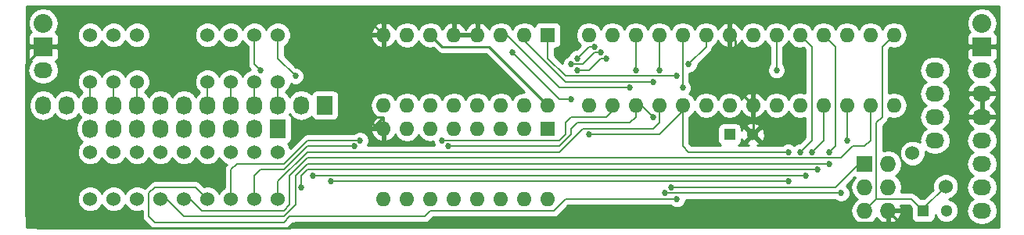
<source format=gbr>
G04 #@! TF.FileFunction,Copper,L1,Top,Signal*
%FSLAX46Y46*%
G04 Gerber Fmt 4.6, Leading zero omitted, Abs format (unit mm)*
G04 Created by KiCad (PCBNEW 4.0.4-1.fc25-product) date Wed Feb 22 19:12:29 2017*
%MOMM*%
%LPD*%
G01*
G04 APERTURE LIST*
%ADD10C,0.100000*%
%ADD11R,1.300000X1.300000*%
%ADD12C,1.300000*%
%ADD13O,1.600000X1.600000*%
%ADD14R,1.727200X1.727200*%
%ADD15O,1.727200X1.727200*%
%ADD16R,1.727200X2.032000*%
%ADD17O,1.727200X2.032000*%
%ADD18C,1.524000*%
%ADD19O,2.032000X1.727200*%
%ADD20R,2.032000X2.032000*%
%ADD21O,2.032000X2.032000*%
%ADD22R,1.600000X1.600000*%
%ADD23C,0.685800*%
%ADD24C,0.254000*%
%ADD25C,0.152400*%
G04 APERTURE END LIST*
D10*
D11*
X146050000Y-67945000D03*
D12*
X148550000Y-67945000D03*
D13*
X163830000Y-57150000D03*
X161290000Y-57150000D03*
X158750000Y-57150000D03*
X156210000Y-57150000D03*
X153670000Y-57150000D03*
X151130000Y-57150000D03*
X148590000Y-57150000D03*
X146050000Y-57150000D03*
X143510000Y-57150000D03*
X140970000Y-57150000D03*
X138430000Y-57150000D03*
X135890000Y-57150000D03*
X133350000Y-57150000D03*
X130810000Y-57150000D03*
X130810000Y-64770000D03*
X133350000Y-64770000D03*
X135890000Y-64770000D03*
X138430000Y-64770000D03*
X140970000Y-64770000D03*
X143510000Y-64770000D03*
X146050000Y-64770000D03*
X148590000Y-64770000D03*
X151130000Y-64770000D03*
X153670000Y-64770000D03*
X156210000Y-64770000D03*
X158750000Y-64770000D03*
X161290000Y-64770000D03*
X163830000Y-64770000D03*
D11*
X167005000Y-76200000D03*
D12*
X169505000Y-76200000D03*
D14*
X160655000Y-71120000D03*
D15*
X163195000Y-71120000D03*
X163195000Y-73660000D03*
X160655000Y-73660000D03*
X163195000Y-76200000D03*
X160655000Y-76200000D03*
D16*
X102235000Y-64770000D03*
D17*
X99695000Y-64770000D03*
X97155000Y-64770000D03*
X94615000Y-64770000D03*
X92075000Y-64770000D03*
X89535000Y-64770000D03*
X86995000Y-64770000D03*
X84455000Y-64770000D03*
X81915000Y-64770000D03*
X79375000Y-64770000D03*
X76835000Y-64770000D03*
X74295000Y-64770000D03*
X71755000Y-64770000D03*
D16*
X97155000Y-67310000D03*
D17*
X94615000Y-67310000D03*
X92075000Y-67310000D03*
X89535000Y-67310000D03*
X86995000Y-67310000D03*
X84455000Y-67310000D03*
X81915000Y-67310000D03*
X79375000Y-67310000D03*
X76835000Y-67310000D03*
D18*
X97155000Y-69850000D03*
X97155000Y-74930000D03*
X94615000Y-69850000D03*
X94615000Y-74930000D03*
X92075000Y-69850000D03*
X92075000Y-74930000D03*
X89535000Y-69850000D03*
X89535000Y-74930000D03*
X86995000Y-69850000D03*
X86995000Y-74930000D03*
X84455000Y-69850000D03*
X84455000Y-74930000D03*
X81915000Y-69850000D03*
X81915000Y-74930000D03*
X79375000Y-69850000D03*
X79375000Y-74930000D03*
X76835000Y-69850000D03*
X76835000Y-74930000D03*
X97155000Y-62230000D03*
X97155000Y-57150000D03*
X94615000Y-62230000D03*
X94615000Y-57150000D03*
X92075000Y-62230000D03*
X92075000Y-57150000D03*
X89535000Y-62230000D03*
X89535000Y-57150000D03*
X81915000Y-62230000D03*
X81915000Y-57150000D03*
X79375000Y-62230000D03*
X79375000Y-57150000D03*
X76835000Y-62230000D03*
X76835000Y-57150000D03*
X169436051Y-73551051D03*
X165843949Y-69958949D03*
D19*
X173355000Y-63500000D03*
X173355000Y-66040000D03*
X173355000Y-68580000D03*
X173355000Y-71120000D03*
X173355000Y-73660000D03*
X173355000Y-76200000D03*
D20*
X173355000Y-58420000D03*
D21*
X173355000Y-55880000D03*
D20*
X71755000Y-58420000D03*
D21*
X71755000Y-55880000D03*
D22*
X126365000Y-57150000D03*
D13*
X108585000Y-64770000D03*
X123825000Y-57150000D03*
X111125000Y-64770000D03*
X121285000Y-57150000D03*
X113665000Y-64770000D03*
X118745000Y-57150000D03*
X116205000Y-64770000D03*
X116205000Y-57150000D03*
X118745000Y-64770000D03*
X113665000Y-57150000D03*
X121285000Y-64770000D03*
X111125000Y-57150000D03*
X123825000Y-64770000D03*
X108585000Y-57150000D03*
X126365000Y-64770000D03*
D22*
X126365000Y-67310000D03*
D13*
X108585000Y-74930000D03*
X123825000Y-67310000D03*
X111125000Y-74930000D03*
X121285000Y-67310000D03*
X113665000Y-74930000D03*
X118745000Y-67310000D03*
X116205000Y-74930000D03*
X116205000Y-67310000D03*
X118745000Y-74930000D03*
X113665000Y-67310000D03*
X121285000Y-74930000D03*
X111125000Y-67310000D03*
X123825000Y-74930000D03*
X108585000Y-67310000D03*
X126365000Y-74930000D03*
D19*
X168275000Y-68580000D03*
X168275000Y-66040000D03*
X168275000Y-63500000D03*
X168275000Y-60960000D03*
X173355000Y-60960000D03*
X71755000Y-60960000D03*
D23*
X99695000Y-73660000D03*
X155575000Y-71755000D03*
X156845000Y-69850000D03*
X102870000Y-73025000D03*
X152400000Y-73025000D03*
X153670000Y-69850000D03*
X95250000Y-60960000D03*
X141605000Y-60325000D03*
X140970000Y-62865000D03*
X140335000Y-74930000D03*
X122555000Y-59055000D03*
X128905000Y-64135000D03*
X106045000Y-68580000D03*
X114935000Y-68580000D03*
X115570000Y-69215000D03*
X105410000Y-69215000D03*
X139065000Y-74295000D03*
X137795000Y-66040000D03*
X158115000Y-74295000D03*
X139700000Y-73660000D03*
X99060000Y-61595000D03*
X130810000Y-67945000D03*
X152400000Y-69850000D03*
X132080000Y-59055000D03*
X128905000Y-60325000D03*
X132715000Y-59690000D03*
X129540000Y-60960000D03*
X154940000Y-69850000D03*
X154305000Y-72390000D03*
X100965000Y-72390000D03*
X156845000Y-71120000D03*
X158750000Y-68580000D03*
X129540000Y-59690000D03*
X131445000Y-58420000D03*
X151130000Y-60960000D03*
X140335000Y-61595000D03*
X137795000Y-62230000D03*
X138430000Y-60960000D03*
X135255000Y-62865000D03*
X135890000Y-60960000D03*
D24*
X148590000Y-64770000D02*
X148590000Y-67905000D01*
X148590000Y-67905000D02*
X148550000Y-67945000D01*
X173355000Y-63500000D02*
X173355000Y-66040000D01*
X108585000Y-66040000D02*
X108585000Y-67310000D01*
X108585000Y-66040000D02*
X107632500Y-66992500D01*
X107632500Y-66992500D02*
X107315000Y-66675000D01*
X108585000Y-66040000D02*
X106680000Y-66040000D01*
X164465000Y-77470000D02*
X99060000Y-77470000D01*
X69850000Y-60325000D02*
X71755000Y-58420000D01*
X69850000Y-76835000D02*
X69850000Y-60325000D01*
X71120000Y-78105000D02*
X69850000Y-76835000D01*
X98425000Y-78105000D02*
X71120000Y-78105000D01*
X99060000Y-77470000D02*
X98425000Y-78105000D01*
X148590000Y-64770000D02*
X146685000Y-62865000D01*
X146685000Y-57785000D02*
X146050000Y-57150000D01*
X146685000Y-62865000D02*
X146685000Y-57785000D01*
X116205000Y-55880000D02*
X115570000Y-55245000D01*
X108585000Y-57150000D02*
X106680000Y-57150000D01*
X108585000Y-57150000D02*
X108585000Y-55245000D01*
X108585000Y-57150000D02*
X106680000Y-55245000D01*
X106680000Y-55245000D02*
X107315000Y-55245000D01*
X171450000Y-59055000D02*
X172085000Y-58420000D01*
X171450000Y-64135000D02*
X171450000Y-62230000D01*
X163195000Y-76200000D02*
X164465000Y-77470000D01*
X171450000Y-64135000D02*
X172085000Y-63500000D01*
X171450000Y-76835000D02*
X171450000Y-64135000D01*
X170815000Y-77470000D02*
X171450000Y-76835000D01*
X164465000Y-77470000D02*
X170815000Y-77470000D01*
X172085000Y-63500000D02*
X173355000Y-63500000D01*
X108585000Y-67310000D02*
X107950000Y-67310000D01*
X107950000Y-67310000D02*
X107315000Y-66675000D01*
X107315000Y-66675000D02*
X106680000Y-66040000D01*
X106680000Y-66040000D02*
X106680000Y-57150000D01*
X106680000Y-57150000D02*
X106680000Y-55245000D01*
X173355000Y-63500000D02*
X172085000Y-63500000D01*
X171450000Y-62865000D02*
X171450000Y-62230000D01*
X172085000Y-63500000D02*
X171450000Y-62865000D01*
X171450000Y-62230000D02*
X171450000Y-59055000D01*
X171450000Y-59055000D02*
X171450000Y-57785000D01*
X116840000Y-55245000D02*
X115570000Y-55245000D01*
X115570000Y-55245000D02*
X108585000Y-55245000D01*
X108585000Y-55245000D02*
X107315000Y-55245000D01*
X107315000Y-55245000D02*
X106680000Y-55245000D01*
X106680000Y-55245000D02*
X76835000Y-55245000D01*
X76835000Y-55245000D02*
X73660000Y-58420000D01*
X73660000Y-58420000D02*
X71755000Y-58420000D01*
X120015000Y-55245000D02*
X118110000Y-55245000D01*
X118745000Y-55880000D02*
X118110000Y-55245000D01*
X116205000Y-55880000D02*
X116205000Y-57150000D01*
X118110000Y-55245000D02*
X116840000Y-55245000D01*
X116840000Y-55245000D02*
X116205000Y-55880000D01*
X146050000Y-57150000D02*
X146050000Y-55880000D01*
X146050000Y-55880000D02*
X145415000Y-55245000D01*
X118745000Y-55880000D02*
X118745000Y-57150000D01*
X119380000Y-55245000D02*
X118745000Y-55880000D01*
X145415000Y-55245000D02*
X120015000Y-55245000D01*
X120015000Y-55245000D02*
X119380000Y-55245000D01*
X172085000Y-58420000D02*
X173355000Y-58420000D01*
X171450000Y-57785000D02*
X172085000Y-58420000D01*
X171450000Y-56515000D02*
X171450000Y-57785000D01*
X170180000Y-55245000D02*
X171450000Y-56515000D01*
X146685000Y-55245000D02*
X170180000Y-55245000D01*
X146050000Y-55880000D02*
X146685000Y-55245000D01*
X113665000Y-57150000D02*
X114935000Y-58420000D01*
X114935000Y-58420000D02*
X120015000Y-58420000D01*
X120015000Y-58420000D02*
X126365000Y-64770000D01*
D25*
X167005000Y-76200000D02*
X167005000Y-75982102D01*
X167005000Y-75982102D02*
X169436051Y-73551051D01*
X160655000Y-76200000D02*
X161925000Y-74930000D01*
X161925000Y-74930000D02*
X165735000Y-74930000D01*
X165735000Y-74930000D02*
X167005000Y-76200000D01*
X163830000Y-57150000D02*
X162560000Y-58420000D01*
X161925000Y-66675000D02*
X161925000Y-74930000D01*
X162560000Y-66040000D02*
X161925000Y-66675000D01*
X162560000Y-58420000D02*
X162560000Y-66040000D01*
X99695000Y-73660000D02*
X99695000Y-72390000D01*
X99695000Y-72390000D02*
X100330000Y-71755000D01*
X100330000Y-71755000D02*
X155575000Y-71755000D01*
X156845000Y-69850000D02*
X157480000Y-69215000D01*
X157480000Y-69215000D02*
X157480000Y-58420000D01*
X157480000Y-58420000D02*
X156210000Y-57150000D01*
X102870000Y-73025000D02*
X152400000Y-73025000D01*
X153670000Y-69850000D02*
X154940000Y-68580000D01*
X154940000Y-68580000D02*
X154940000Y-58420000D01*
X154940000Y-58420000D02*
X153670000Y-57150000D01*
X143510000Y-57150000D02*
X143510000Y-58420000D01*
X94615000Y-60325000D02*
X94615000Y-57150000D01*
X95250000Y-60960000D02*
X94615000Y-60325000D01*
X143510000Y-58420000D02*
X141605000Y-60325000D01*
X89535000Y-74930000D02*
X88265000Y-73660000D01*
X140970000Y-62865000D02*
X140970000Y-57150000D01*
X128270000Y-74930000D02*
X140335000Y-74930000D01*
X127000000Y-76200000D02*
X128270000Y-74930000D01*
X113665000Y-76200000D02*
X127000000Y-76200000D01*
X113030000Y-76835000D02*
X113665000Y-76200000D01*
X98425000Y-76835000D02*
X113030000Y-76835000D01*
X97790000Y-77470000D02*
X98425000Y-76835000D01*
X83820000Y-77470000D02*
X97790000Y-77470000D01*
X83185000Y-76835000D02*
X83820000Y-77470000D01*
X83185000Y-74295000D02*
X83185000Y-76835000D01*
X83820000Y-73660000D02*
X83185000Y-74295000D01*
X88265000Y-73660000D02*
X83820000Y-73660000D01*
X127635000Y-64135000D02*
X128905000Y-64135000D01*
X122555000Y-59055000D02*
X127635000Y-64135000D01*
X133350000Y-65405000D02*
X132715000Y-66040000D01*
X128905000Y-66040000D02*
X132715000Y-66040000D01*
X128270000Y-66675000D02*
X128905000Y-66040000D01*
X128270000Y-67945000D02*
X128270000Y-66675000D01*
X127635000Y-68580000D02*
X128270000Y-67945000D01*
X114935000Y-68580000D02*
X127635000Y-68580000D01*
X100330000Y-68580000D02*
X106045000Y-68580000D01*
X97790000Y-71120000D02*
X100330000Y-68580000D01*
X92710000Y-71120000D02*
X97790000Y-71120000D01*
X92075000Y-71755000D02*
X92710000Y-71120000D01*
X92075000Y-71755000D02*
X92075000Y-74930000D01*
X133350000Y-65405000D02*
X133350000Y-64770000D01*
X94615000Y-72390000D02*
X95250000Y-71755000D01*
X95250000Y-71755000D02*
X97790000Y-71755000D01*
X97790000Y-71755000D02*
X100330000Y-69215000D01*
X115570000Y-69215000D02*
X127635000Y-69215000D01*
X100330000Y-69215000D02*
X105410000Y-69215000D01*
X127635000Y-69215000D02*
X128905000Y-67945000D01*
X128905000Y-67945000D02*
X128905000Y-67310000D01*
X128905000Y-67310000D02*
X129540000Y-66675000D01*
X129540000Y-66675000D02*
X135255000Y-66675000D01*
X135255000Y-66675000D02*
X135890000Y-66040000D01*
X135890000Y-64770000D02*
X135890000Y-66040000D01*
X94615000Y-72390000D02*
X94615000Y-74930000D01*
X136525000Y-64770000D02*
X137795000Y-66040000D01*
X139065000Y-74295000D02*
X158115000Y-74295000D01*
X136525000Y-64770000D02*
X135890000Y-64770000D01*
X157480000Y-73660000D02*
X160020000Y-71120000D01*
X139700000Y-73660000D02*
X157480000Y-73660000D01*
X160020000Y-71120000D02*
X160655000Y-71120000D01*
X97155000Y-74930000D02*
X97155000Y-73025000D01*
X138430000Y-66675000D02*
X138430000Y-64770000D01*
X137795000Y-67310000D02*
X138430000Y-66675000D01*
X130175000Y-67310000D02*
X137795000Y-67310000D01*
X129540000Y-67945000D02*
X130175000Y-67310000D01*
X127635000Y-69850000D02*
X129540000Y-67945000D01*
X100330000Y-69850000D02*
X127635000Y-69850000D01*
X97155000Y-73025000D02*
X100330000Y-69850000D01*
X140970000Y-64770000D02*
X140970000Y-65405000D01*
X140970000Y-65405000D02*
X138430000Y-67945000D01*
X97155000Y-59690000D02*
X97155000Y-57150000D01*
X99060000Y-61595000D02*
X97155000Y-59690000D01*
X138430000Y-67945000D02*
X130810000Y-67945000D01*
X140970000Y-69215000D02*
X140970000Y-64770000D01*
X141605000Y-69850000D02*
X140970000Y-69215000D01*
X152400000Y-69850000D02*
X141605000Y-69850000D01*
X131445000Y-59055000D02*
X132080000Y-59055000D01*
X130175000Y-60325000D02*
X131445000Y-59055000D01*
X128905000Y-60325000D02*
X130175000Y-60325000D01*
X151130000Y-64135000D02*
X151130000Y-64770000D01*
X132080000Y-59690000D02*
X132715000Y-59690000D01*
X130810000Y-60960000D02*
X132080000Y-59690000D01*
X129540000Y-60960000D02*
X130810000Y-60960000D01*
X153670000Y-65405000D02*
X153670000Y-64770000D01*
X156210000Y-68580000D02*
X156210000Y-64770000D01*
X154940000Y-69850000D02*
X156210000Y-68580000D01*
X100965000Y-72390000D02*
X154305000Y-72390000D01*
X84455000Y-74930000D02*
X85090000Y-74930000D01*
X85090000Y-74930000D02*
X86995000Y-76835000D01*
X86995000Y-76835000D02*
X97790000Y-76835000D01*
X97790000Y-76835000D02*
X99060000Y-75565000D01*
X99060000Y-75565000D02*
X99060000Y-72390000D01*
X99060000Y-72390000D02*
X100330000Y-71120000D01*
X100330000Y-71120000D02*
X156845000Y-71120000D01*
X158750000Y-68580000D02*
X158750000Y-64770000D01*
X86995000Y-74930000D02*
X87630000Y-74930000D01*
X87630000Y-74930000D02*
X88900000Y-76200000D01*
X88900000Y-76200000D02*
X97790000Y-76200000D01*
X97790000Y-76200000D02*
X98425000Y-75565000D01*
X98425000Y-75565000D02*
X98425000Y-72390000D01*
X98425000Y-72390000D02*
X100330000Y-70485000D01*
X100330000Y-70485000D02*
X158115000Y-70485000D01*
X158115000Y-70485000D02*
X159385000Y-69215000D01*
X159385000Y-69215000D02*
X160655000Y-69215000D01*
X160655000Y-69215000D02*
X161290000Y-68580000D01*
X161290000Y-68580000D02*
X161290000Y-64770000D01*
X129540000Y-59690000D02*
X130810000Y-58420000D01*
X130810000Y-58420000D02*
X131445000Y-58420000D01*
X151130000Y-57150000D02*
X151130000Y-60960000D01*
X126365000Y-59690000D02*
X126365000Y-57150000D01*
X128270000Y-61595000D02*
X140335000Y-61595000D01*
X126365000Y-59690000D02*
X128270000Y-61595000D01*
X123825000Y-57150000D02*
X123825000Y-57785000D01*
X123825000Y-57785000D02*
X128270000Y-62230000D01*
X128270000Y-62230000D02*
X137795000Y-62230000D01*
X138430000Y-60960000D02*
X138430000Y-57150000D01*
X121285000Y-57150000D02*
X121920000Y-57150000D01*
X121920000Y-57150000D02*
X127635000Y-62865000D01*
X127635000Y-62865000D02*
X135255000Y-62865000D01*
X135890000Y-60960000D02*
X135890000Y-57150000D01*
X97155000Y-62230000D02*
X97155000Y-64770000D01*
X94615000Y-64770000D02*
X94615000Y-62230000D01*
X92075000Y-62230000D02*
X92075000Y-64770000D01*
X89535000Y-64770000D02*
X89535000Y-62230000D01*
X81915000Y-62230000D02*
X81915000Y-64770000D01*
X79375000Y-64770000D02*
X79375000Y-62230000D01*
X76835000Y-62230000D02*
X76835000Y-64770000D01*
D24*
G36*
X175185000Y-78030000D02*
X98207429Y-78030000D01*
X98292894Y-77972894D01*
X98719589Y-77546200D01*
X113030000Y-77546200D01*
X113302165Y-77492063D01*
X113532894Y-77337894D01*
X113959589Y-76911200D01*
X127000000Y-76911200D01*
X127272165Y-76857063D01*
X127502894Y-76702894D01*
X128564589Y-75641200D01*
X139663206Y-75641200D01*
X139780341Y-75758540D01*
X140139630Y-75907730D01*
X140528663Y-75908069D01*
X140888212Y-75759507D01*
X141163540Y-75484659D01*
X141312730Y-75125370D01*
X141312834Y-75006200D01*
X157443206Y-75006200D01*
X157560341Y-75123540D01*
X157919630Y-75272730D01*
X158308663Y-75273069D01*
X158668212Y-75124507D01*
X158943540Y-74849659D01*
X159092730Y-74490370D01*
X159093069Y-74101337D01*
X158944507Y-73741788D01*
X158674489Y-73471299D01*
X159561337Y-72584451D01*
X159583345Y-72588908D01*
X159270474Y-73057152D01*
X159156400Y-73630641D01*
X159156400Y-73689359D01*
X159270474Y-74262848D01*
X159595330Y-74749029D01*
X159866172Y-74930000D01*
X159595330Y-75110971D01*
X159270474Y-75597152D01*
X159156400Y-76170641D01*
X159156400Y-76229359D01*
X159270474Y-76802848D01*
X159595330Y-77289029D01*
X160081511Y-77613885D01*
X160655000Y-77727959D01*
X161228489Y-77613885D01*
X161714670Y-77289029D01*
X161930664Y-76965772D01*
X161988179Y-77088490D01*
X162420053Y-77482688D01*
X162835974Y-77654958D01*
X163068000Y-77533817D01*
X163068000Y-76327000D01*
X163322000Y-76327000D01*
X163322000Y-77533817D01*
X163554026Y-77654958D01*
X163969947Y-77482688D01*
X164401821Y-77088490D01*
X164649968Y-76559027D01*
X164529469Y-76327000D01*
X163322000Y-76327000D01*
X163068000Y-76327000D01*
X163048000Y-76327000D01*
X163048000Y-76073000D01*
X163068000Y-76073000D01*
X163068000Y-76053000D01*
X163322000Y-76053000D01*
X163322000Y-76073000D01*
X164529469Y-76073000D01*
X164649968Y-75840973D01*
X164556339Y-75641200D01*
X165440412Y-75641200D01*
X165707560Y-75908348D01*
X165707560Y-76850000D01*
X165751838Y-77085317D01*
X165890910Y-77301441D01*
X166103110Y-77446431D01*
X166355000Y-77497440D01*
X167655000Y-77497440D01*
X167890317Y-77453162D01*
X168106441Y-77314090D01*
X168251431Y-77101890D01*
X168302440Y-76850000D01*
X168302440Y-76654540D01*
X168414995Y-76926943D01*
X168776155Y-77288735D01*
X169248276Y-77484777D01*
X169759481Y-77485223D01*
X170231943Y-77290005D01*
X170593735Y-76928845D01*
X170789777Y-76456724D01*
X170790223Y-75945519D01*
X170595005Y-75473057D01*
X170233845Y-75111265D01*
X169777198Y-74921648D01*
X170226354Y-74736061D01*
X170619680Y-74343421D01*
X170832808Y-73830151D01*
X170833293Y-73274390D01*
X170621061Y-72760748D01*
X170228421Y-72367422D01*
X169715151Y-72154294D01*
X169159390Y-72153809D01*
X168645748Y-72366041D01*
X168252422Y-72758681D01*
X168039294Y-73271951D01*
X168038809Y-73827712D01*
X168072372Y-73908941D01*
X167078754Y-74902560D01*
X166713348Y-74902560D01*
X166237894Y-74427106D01*
X166007165Y-74272937D01*
X165735000Y-74218800D01*
X164588288Y-74218800D01*
X164693600Y-73689359D01*
X164693600Y-73630641D01*
X164579526Y-73057152D01*
X164254670Y-72570971D01*
X163983828Y-72390000D01*
X164254670Y-72209029D01*
X164579526Y-71722848D01*
X164693600Y-71149359D01*
X164693600Y-71090641D01*
X164594832Y-70594101D01*
X164658939Y-70749252D01*
X165051579Y-71142578D01*
X165564849Y-71355706D01*
X166120610Y-71356191D01*
X166634252Y-71143959D01*
X167027578Y-70751319D01*
X167240706Y-70238049D01*
X167241105Y-69780335D01*
X167516766Y-69964526D01*
X168090255Y-70078600D01*
X168459745Y-70078600D01*
X169033234Y-69964526D01*
X169519415Y-69639670D01*
X169844271Y-69153489D01*
X169958345Y-68580000D01*
X171671655Y-68580000D01*
X171785729Y-69153489D01*
X172110585Y-69639670D01*
X172425366Y-69850000D01*
X172110585Y-70060330D01*
X171785729Y-70546511D01*
X171671655Y-71120000D01*
X171785729Y-71693489D01*
X172110585Y-72179670D01*
X172425366Y-72390000D01*
X172110585Y-72600330D01*
X171785729Y-73086511D01*
X171671655Y-73660000D01*
X171785729Y-74233489D01*
X172110585Y-74719670D01*
X172425366Y-74930000D01*
X172110585Y-75140330D01*
X171785729Y-75626511D01*
X171671655Y-76200000D01*
X171785729Y-76773489D01*
X172110585Y-77259670D01*
X172596766Y-77584526D01*
X173170255Y-77698600D01*
X173539745Y-77698600D01*
X174113234Y-77584526D01*
X174599415Y-77259670D01*
X174924271Y-76773489D01*
X175038345Y-76200000D01*
X174924271Y-75626511D01*
X174599415Y-75140330D01*
X174284634Y-74930000D01*
X174599415Y-74719670D01*
X174924271Y-74233489D01*
X175038345Y-73660000D01*
X174924271Y-73086511D01*
X174599415Y-72600330D01*
X174284634Y-72390000D01*
X174599415Y-72179670D01*
X174924271Y-71693489D01*
X175038345Y-71120000D01*
X174924271Y-70546511D01*
X174599415Y-70060330D01*
X174284634Y-69850000D01*
X174599415Y-69639670D01*
X174924271Y-69153489D01*
X175038345Y-68580000D01*
X174924271Y-68006511D01*
X174599415Y-67520330D01*
X174289931Y-67313539D01*
X174705732Y-66942036D01*
X174959709Y-66414791D01*
X174962358Y-66399026D01*
X174841217Y-66167000D01*
X173482000Y-66167000D01*
X173482000Y-66187000D01*
X173228000Y-66187000D01*
X173228000Y-66167000D01*
X171868783Y-66167000D01*
X171747642Y-66399026D01*
X171750291Y-66414791D01*
X172004268Y-66942036D01*
X172420069Y-67313539D01*
X172110585Y-67520330D01*
X171785729Y-68006511D01*
X171671655Y-68580000D01*
X169958345Y-68580000D01*
X169844271Y-68006511D01*
X169519415Y-67520330D01*
X169204634Y-67310000D01*
X169519415Y-67099670D01*
X169844271Y-66613489D01*
X169958345Y-66040000D01*
X169844271Y-65466511D01*
X169519415Y-64980330D01*
X169204634Y-64770000D01*
X169519415Y-64559670D01*
X169844271Y-64073489D01*
X169886930Y-63859026D01*
X171747642Y-63859026D01*
X171750291Y-63874791D01*
X172004268Y-64402036D01*
X172416108Y-64770000D01*
X172004268Y-65137964D01*
X171750291Y-65665209D01*
X171747642Y-65680974D01*
X171868783Y-65913000D01*
X173228000Y-65913000D01*
X173228000Y-63627000D01*
X173482000Y-63627000D01*
X173482000Y-65913000D01*
X174841217Y-65913000D01*
X174962358Y-65680974D01*
X174959709Y-65665209D01*
X174705732Y-65137964D01*
X174293892Y-64770000D01*
X174705732Y-64402036D01*
X174959709Y-63874791D01*
X174962358Y-63859026D01*
X174841217Y-63627000D01*
X173482000Y-63627000D01*
X173228000Y-63627000D01*
X171868783Y-63627000D01*
X171747642Y-63859026D01*
X169886930Y-63859026D01*
X169958345Y-63500000D01*
X169844271Y-62926511D01*
X169519415Y-62440330D01*
X169204634Y-62230000D01*
X169519415Y-62019670D01*
X169844271Y-61533489D01*
X169958345Y-60960000D01*
X171671655Y-60960000D01*
X171785729Y-61533489D01*
X172110585Y-62019670D01*
X172420069Y-62226461D01*
X172004268Y-62597964D01*
X171750291Y-63125209D01*
X171747642Y-63140974D01*
X171868783Y-63373000D01*
X173228000Y-63373000D01*
X173228000Y-63353000D01*
X173482000Y-63353000D01*
X173482000Y-63373000D01*
X174841217Y-63373000D01*
X174962358Y-63140974D01*
X174959709Y-63125209D01*
X174705732Y-62597964D01*
X174289931Y-62226461D01*
X174599415Y-62019670D01*
X174924271Y-61533489D01*
X175038345Y-60960000D01*
X174924271Y-60386511D01*
X174666599Y-60000878D01*
X174730699Y-59974327D01*
X174909327Y-59795698D01*
X175006000Y-59562309D01*
X175006000Y-58705750D01*
X174847250Y-58547000D01*
X173482000Y-58547000D01*
X173482000Y-58567000D01*
X173228000Y-58567000D01*
X173228000Y-58547000D01*
X171862750Y-58547000D01*
X171704000Y-58705750D01*
X171704000Y-59562309D01*
X171800673Y-59795698D01*
X171979301Y-59974327D01*
X172043401Y-60000878D01*
X171785729Y-60386511D01*
X171671655Y-60960000D01*
X169958345Y-60960000D01*
X169844271Y-60386511D01*
X169519415Y-59900330D01*
X169033234Y-59575474D01*
X168459745Y-59461400D01*
X168090255Y-59461400D01*
X167516766Y-59575474D01*
X167030585Y-59900330D01*
X166705729Y-60386511D01*
X166591655Y-60960000D01*
X166705729Y-61533489D01*
X167030585Y-62019670D01*
X167345366Y-62230000D01*
X167030585Y-62440330D01*
X166705729Y-62926511D01*
X166591655Y-63500000D01*
X166705729Y-64073489D01*
X167030585Y-64559670D01*
X167345366Y-64770000D01*
X167030585Y-64980330D01*
X166705729Y-65466511D01*
X166591655Y-66040000D01*
X166705729Y-66613489D01*
X167030585Y-67099670D01*
X167345366Y-67310000D01*
X167030585Y-67520330D01*
X166705729Y-68006511D01*
X166591655Y-68580000D01*
X166629983Y-68772689D01*
X166123049Y-68562192D01*
X165567288Y-68561707D01*
X165053646Y-68773939D01*
X164660320Y-69166579D01*
X164447192Y-69679849D01*
X164446707Y-70235610D01*
X164536319Y-70452488D01*
X164254670Y-70030971D01*
X163768489Y-69706115D01*
X163195000Y-69592041D01*
X162636200Y-69703193D01*
X162636200Y-66969588D01*
X163062895Y-66542894D01*
X163217063Y-66312164D01*
X163257605Y-66108349D01*
X163280849Y-66123880D01*
X163830000Y-66233113D01*
X164379151Y-66123880D01*
X164844698Y-65812811D01*
X165155767Y-65347264D01*
X165265000Y-64798113D01*
X165265000Y-64741887D01*
X165155767Y-64192736D01*
X164844698Y-63727189D01*
X164379151Y-63416120D01*
X163830000Y-63306887D01*
X163280849Y-63416120D01*
X163271200Y-63422567D01*
X163271200Y-58714588D01*
X163448550Y-58537238D01*
X163830000Y-58613113D01*
X164379151Y-58503880D01*
X164844698Y-58192811D01*
X165155767Y-57727264D01*
X165265000Y-57178113D01*
X165265000Y-57121887D01*
X165155767Y-56572736D01*
X164844698Y-56107189D01*
X164456279Y-55847655D01*
X171704000Y-55847655D01*
X171704000Y-55912345D01*
X171829675Y-56544155D01*
X172030372Y-56844519D01*
X171979301Y-56865673D01*
X171800673Y-57044302D01*
X171704000Y-57277691D01*
X171704000Y-58134250D01*
X171862750Y-58293000D01*
X173228000Y-58293000D01*
X173228000Y-58273000D01*
X173482000Y-58273000D01*
X173482000Y-58293000D01*
X174847250Y-58293000D01*
X175006000Y-58134250D01*
X175006000Y-57277691D01*
X174909327Y-57044302D01*
X174730699Y-56865673D01*
X174679628Y-56844519D01*
X174880325Y-56544155D01*
X175006000Y-55912345D01*
X175006000Y-55847655D01*
X174880325Y-55215845D01*
X174522433Y-54680222D01*
X173986810Y-54322330D01*
X173355000Y-54196655D01*
X172723190Y-54322330D01*
X172187567Y-54680222D01*
X171829675Y-55215845D01*
X171704000Y-55847655D01*
X164456279Y-55847655D01*
X164379151Y-55796120D01*
X163830000Y-55686887D01*
X163280849Y-55796120D01*
X162815302Y-56107189D01*
X162560000Y-56489275D01*
X162304698Y-56107189D01*
X161839151Y-55796120D01*
X161290000Y-55686887D01*
X160740849Y-55796120D01*
X160275302Y-56107189D01*
X160020000Y-56489275D01*
X159764698Y-56107189D01*
X159299151Y-55796120D01*
X158750000Y-55686887D01*
X158200849Y-55796120D01*
X157735302Y-56107189D01*
X157480000Y-56489275D01*
X157224698Y-56107189D01*
X156759151Y-55796120D01*
X156210000Y-55686887D01*
X155660849Y-55796120D01*
X155195302Y-56107189D01*
X154940000Y-56489275D01*
X154684698Y-56107189D01*
X154219151Y-55796120D01*
X153670000Y-55686887D01*
X153120849Y-55796120D01*
X152655302Y-56107189D01*
X152400000Y-56489275D01*
X152144698Y-56107189D01*
X151679151Y-55796120D01*
X151130000Y-55686887D01*
X150580849Y-55796120D01*
X150115302Y-56107189D01*
X149860000Y-56489275D01*
X149604698Y-56107189D01*
X149139151Y-55796120D01*
X148590000Y-55686887D01*
X148040849Y-55796120D01*
X147575302Y-56107189D01*
X147305014Y-56511703D01*
X147202389Y-56294866D01*
X146787423Y-55918959D01*
X146399039Y-55758096D01*
X146177000Y-55880085D01*
X146177000Y-57023000D01*
X146197000Y-57023000D01*
X146197000Y-57277000D01*
X146177000Y-57277000D01*
X146177000Y-58419915D01*
X146399039Y-58541904D01*
X146787423Y-58381041D01*
X147202389Y-58005134D01*
X147305014Y-57788297D01*
X147575302Y-58192811D01*
X148040849Y-58503880D01*
X148590000Y-58613113D01*
X149139151Y-58503880D01*
X149604698Y-58192811D01*
X149860000Y-57810725D01*
X150115302Y-58192811D01*
X150418800Y-58395602D01*
X150418800Y-60288206D01*
X150301460Y-60405341D01*
X150152270Y-60764630D01*
X150151931Y-61153663D01*
X150300493Y-61513212D01*
X150575341Y-61788540D01*
X150934630Y-61937730D01*
X151323663Y-61938069D01*
X151683212Y-61789507D01*
X151958540Y-61514659D01*
X152107730Y-61155370D01*
X152108069Y-60766337D01*
X151959507Y-60406788D01*
X151841200Y-60288274D01*
X151841200Y-58395602D01*
X152144698Y-58192811D01*
X152400000Y-57810725D01*
X152655302Y-58192811D01*
X153120849Y-58503880D01*
X153670000Y-58613113D01*
X154051449Y-58537238D01*
X154228800Y-58714589D01*
X154228800Y-63422567D01*
X154219151Y-63416120D01*
X153670000Y-63306887D01*
X153120849Y-63416120D01*
X152655302Y-63727189D01*
X152400000Y-64109275D01*
X152144698Y-63727189D01*
X151679151Y-63416120D01*
X151130000Y-63306887D01*
X150580849Y-63416120D01*
X150115302Y-63727189D01*
X149845014Y-64131703D01*
X149742389Y-63914866D01*
X149327423Y-63538959D01*
X148939039Y-63378096D01*
X148717000Y-63500085D01*
X148717000Y-64643000D01*
X148737000Y-64643000D01*
X148737000Y-64897000D01*
X148717000Y-64897000D01*
X148717000Y-66039915D01*
X148939039Y-66161904D01*
X149327423Y-66001041D01*
X149742389Y-65625134D01*
X149845014Y-65408297D01*
X150115302Y-65812811D01*
X150580849Y-66123880D01*
X151130000Y-66233113D01*
X151679151Y-66123880D01*
X152144698Y-65812811D01*
X152400000Y-65430725D01*
X152655302Y-65812811D01*
X153120849Y-66123880D01*
X153670000Y-66233113D01*
X154219151Y-66123880D01*
X154228800Y-66117433D01*
X154228800Y-68285411D01*
X153642136Y-68872075D01*
X153476337Y-68871931D01*
X153116788Y-69020493D01*
X153035099Y-69102040D01*
X152954659Y-69021460D01*
X152595370Y-68872270D01*
X152206337Y-68871931D01*
X151846788Y-69020493D01*
X151728274Y-69138800D01*
X149058763Y-69138800D01*
X149213729Y-69074611D01*
X149269410Y-68844016D01*
X148550000Y-68124605D01*
X147830590Y-68844016D01*
X147886271Y-69074611D01*
X148070729Y-69138800D01*
X147027568Y-69138800D01*
X147151441Y-69059090D01*
X147296431Y-68846890D01*
X147347440Y-68595000D01*
X147347440Y-68432615D01*
X147420389Y-68608729D01*
X147650984Y-68664410D01*
X148370395Y-67945000D01*
X148729605Y-67945000D01*
X149449016Y-68664410D01*
X149679611Y-68608729D01*
X149847622Y-68125922D01*
X149818083Y-67615572D01*
X149679611Y-67281271D01*
X149449016Y-67225590D01*
X148729605Y-67945000D01*
X148370395Y-67945000D01*
X147650984Y-67225590D01*
X147420389Y-67281271D01*
X147347440Y-67490902D01*
X147347440Y-67295000D01*
X147303162Y-67059683D01*
X147294347Y-67045984D01*
X147830590Y-67045984D01*
X148550000Y-67765395D01*
X149269410Y-67045984D01*
X149213729Y-66815389D01*
X148730922Y-66647378D01*
X148220572Y-66676917D01*
X147886271Y-66815389D01*
X147830590Y-67045984D01*
X147294347Y-67045984D01*
X147164090Y-66843559D01*
X146951890Y-66698569D01*
X146700000Y-66647560D01*
X145400000Y-66647560D01*
X145164683Y-66691838D01*
X144948559Y-66830910D01*
X144803569Y-67043110D01*
X144752560Y-67295000D01*
X144752560Y-68595000D01*
X144796838Y-68830317D01*
X144935910Y-69046441D01*
X145071082Y-69138800D01*
X141899589Y-69138800D01*
X141681200Y-68920412D01*
X141681200Y-66015602D01*
X141984698Y-65812811D01*
X142240000Y-65430725D01*
X142495302Y-65812811D01*
X142960849Y-66123880D01*
X143510000Y-66233113D01*
X144059151Y-66123880D01*
X144524698Y-65812811D01*
X144780000Y-65430725D01*
X145035302Y-65812811D01*
X145500849Y-66123880D01*
X146050000Y-66233113D01*
X146599151Y-66123880D01*
X147064698Y-65812811D01*
X147334986Y-65408297D01*
X147437611Y-65625134D01*
X147852577Y-66001041D01*
X148240961Y-66161904D01*
X148463000Y-66039915D01*
X148463000Y-64897000D01*
X148443000Y-64897000D01*
X148443000Y-64643000D01*
X148463000Y-64643000D01*
X148463000Y-63500085D01*
X148240961Y-63378096D01*
X147852577Y-63538959D01*
X147437611Y-63914866D01*
X147334986Y-64131703D01*
X147064698Y-63727189D01*
X146599151Y-63416120D01*
X146050000Y-63306887D01*
X145500849Y-63416120D01*
X145035302Y-63727189D01*
X144780000Y-64109275D01*
X144524698Y-63727189D01*
X144059151Y-63416120D01*
X143510000Y-63306887D01*
X142960849Y-63416120D01*
X142495302Y-63727189D01*
X142240000Y-64109275D01*
X141984698Y-63727189D01*
X141688639Y-63529368D01*
X141798540Y-63419659D01*
X141947730Y-63060370D01*
X141948069Y-62671337D01*
X141799507Y-62311788D01*
X141681200Y-62193274D01*
X141681200Y-61302967D01*
X141798663Y-61303069D01*
X142158212Y-61154507D01*
X142433540Y-60879659D01*
X142582730Y-60520370D01*
X142582876Y-60352912D01*
X144012894Y-58922894D01*
X144167063Y-58692165D01*
X144221200Y-58420000D01*
X144221200Y-58395602D01*
X144524698Y-58192811D01*
X144794986Y-57788297D01*
X144897611Y-58005134D01*
X145312577Y-58381041D01*
X145700961Y-58541904D01*
X145923000Y-58419915D01*
X145923000Y-57277000D01*
X145903000Y-57277000D01*
X145903000Y-57023000D01*
X145923000Y-57023000D01*
X145923000Y-55880085D01*
X145700961Y-55758096D01*
X145312577Y-55918959D01*
X144897611Y-56294866D01*
X144794986Y-56511703D01*
X144524698Y-56107189D01*
X144059151Y-55796120D01*
X143510000Y-55686887D01*
X142960849Y-55796120D01*
X142495302Y-56107189D01*
X142240000Y-56489275D01*
X141984698Y-56107189D01*
X141519151Y-55796120D01*
X140970000Y-55686887D01*
X140420849Y-55796120D01*
X139955302Y-56107189D01*
X139700000Y-56489275D01*
X139444698Y-56107189D01*
X138979151Y-55796120D01*
X138430000Y-55686887D01*
X137880849Y-55796120D01*
X137415302Y-56107189D01*
X137160000Y-56489275D01*
X136904698Y-56107189D01*
X136439151Y-55796120D01*
X135890000Y-55686887D01*
X135340849Y-55796120D01*
X134875302Y-56107189D01*
X134620000Y-56489275D01*
X134364698Y-56107189D01*
X133899151Y-55796120D01*
X133350000Y-55686887D01*
X132800849Y-55796120D01*
X132335302Y-56107189D01*
X132080000Y-56489275D01*
X131824698Y-56107189D01*
X131359151Y-55796120D01*
X130810000Y-55686887D01*
X130260849Y-55796120D01*
X129795302Y-56107189D01*
X129484233Y-56572736D01*
X129375000Y-57121887D01*
X129375000Y-57178113D01*
X129484233Y-57727264D01*
X129795302Y-58192811D01*
X129936833Y-58287379D01*
X129512136Y-58712075D01*
X129346337Y-58711931D01*
X128986788Y-58860493D01*
X128711460Y-59135341D01*
X128605429Y-59390691D01*
X128351788Y-59495493D01*
X128076460Y-59770341D01*
X127927270Y-60129630D01*
X127927168Y-60246380D01*
X127076200Y-59395412D01*
X127076200Y-58597440D01*
X127165000Y-58597440D01*
X127400317Y-58553162D01*
X127616441Y-58414090D01*
X127761431Y-58201890D01*
X127812440Y-57950000D01*
X127812440Y-56350000D01*
X127768162Y-56114683D01*
X127629090Y-55898559D01*
X127416890Y-55753569D01*
X127165000Y-55702560D01*
X125565000Y-55702560D01*
X125329683Y-55746838D01*
X125113559Y-55885910D01*
X124968569Y-56098110D01*
X124937185Y-56253089D01*
X124839698Y-56107189D01*
X124374151Y-55796120D01*
X123825000Y-55686887D01*
X123275849Y-55796120D01*
X122810302Y-56107189D01*
X122555000Y-56489275D01*
X122299698Y-56107189D01*
X121834151Y-55796120D01*
X121285000Y-55686887D01*
X120735849Y-55796120D01*
X120270302Y-56107189D01*
X120000014Y-56511703D01*
X119897389Y-56294866D01*
X119482423Y-55918959D01*
X119094039Y-55758096D01*
X118872000Y-55880085D01*
X118872000Y-57023000D01*
X118892000Y-57023000D01*
X118892000Y-57277000D01*
X118872000Y-57277000D01*
X118872000Y-57297000D01*
X118618000Y-57297000D01*
X118618000Y-57277000D01*
X116332000Y-57277000D01*
X116332000Y-57297000D01*
X116078000Y-57297000D01*
X116078000Y-57277000D01*
X116058000Y-57277000D01*
X116058000Y-57023000D01*
X116078000Y-57023000D01*
X116078000Y-55880085D01*
X116332000Y-55880085D01*
X116332000Y-57023000D01*
X118618000Y-57023000D01*
X118618000Y-55880085D01*
X118395961Y-55758096D01*
X118007577Y-55918959D01*
X117592611Y-56294866D01*
X117475000Y-56543367D01*
X117357389Y-56294866D01*
X116942423Y-55918959D01*
X116554039Y-55758096D01*
X116332000Y-55880085D01*
X116078000Y-55880085D01*
X115855961Y-55758096D01*
X115467577Y-55918959D01*
X115052611Y-56294866D01*
X114949986Y-56511703D01*
X114679698Y-56107189D01*
X114214151Y-55796120D01*
X113665000Y-55686887D01*
X113115849Y-55796120D01*
X112650302Y-56107189D01*
X112395000Y-56489275D01*
X112139698Y-56107189D01*
X111674151Y-55796120D01*
X111125000Y-55686887D01*
X110575849Y-55796120D01*
X110110302Y-56107189D01*
X109840014Y-56511703D01*
X109737389Y-56294866D01*
X109322423Y-55918959D01*
X108934039Y-55758096D01*
X108712000Y-55880085D01*
X108712000Y-57023000D01*
X108732000Y-57023000D01*
X108732000Y-57277000D01*
X108712000Y-57277000D01*
X108712000Y-58419915D01*
X108934039Y-58541904D01*
X109322423Y-58381041D01*
X109737389Y-58005134D01*
X109840014Y-57788297D01*
X110110302Y-58192811D01*
X110575849Y-58503880D01*
X111125000Y-58613113D01*
X111674151Y-58503880D01*
X112139698Y-58192811D01*
X112395000Y-57810725D01*
X112650302Y-58192811D01*
X113115849Y-58503880D01*
X113665000Y-58613113D01*
X113986527Y-58549157D01*
X114396184Y-58958815D01*
X114573155Y-59077063D01*
X114643395Y-59123996D01*
X114935000Y-59182000D01*
X119699370Y-59182000D01*
X123824380Y-63307010D01*
X123275849Y-63416120D01*
X122810302Y-63727189D01*
X122555000Y-64109275D01*
X122299698Y-63727189D01*
X121834151Y-63416120D01*
X121285000Y-63306887D01*
X120735849Y-63416120D01*
X120270302Y-63727189D01*
X120015000Y-64109275D01*
X119759698Y-63727189D01*
X119294151Y-63416120D01*
X118745000Y-63306887D01*
X118195849Y-63416120D01*
X117730302Y-63727189D01*
X117475000Y-64109275D01*
X117219698Y-63727189D01*
X116754151Y-63416120D01*
X116205000Y-63306887D01*
X115655849Y-63416120D01*
X115190302Y-63727189D01*
X114935000Y-64109275D01*
X114679698Y-63727189D01*
X114214151Y-63416120D01*
X113665000Y-63306887D01*
X113115849Y-63416120D01*
X112650302Y-63727189D01*
X112395000Y-64109275D01*
X112139698Y-63727189D01*
X111674151Y-63416120D01*
X111125000Y-63306887D01*
X110575849Y-63416120D01*
X110110302Y-63727189D01*
X109855000Y-64109275D01*
X109599698Y-63727189D01*
X109134151Y-63416120D01*
X108585000Y-63306887D01*
X108035849Y-63416120D01*
X107570302Y-63727189D01*
X107259233Y-64192736D01*
X107150000Y-64741887D01*
X107150000Y-64798113D01*
X107259233Y-65347264D01*
X107570302Y-65812811D01*
X107922301Y-66048009D01*
X107847577Y-66078959D01*
X107432611Y-66454866D01*
X107193086Y-66960959D01*
X107314371Y-67183000D01*
X108458000Y-67183000D01*
X108458000Y-67163000D01*
X108712000Y-67163000D01*
X108712000Y-67183000D01*
X108732000Y-67183000D01*
X108732000Y-67437000D01*
X108712000Y-67437000D01*
X108712000Y-68579915D01*
X108934039Y-68701904D01*
X109322423Y-68541041D01*
X109737389Y-68165134D01*
X109840014Y-67948297D01*
X110110302Y-68352811D01*
X110575849Y-68663880D01*
X111125000Y-68773113D01*
X111674151Y-68663880D01*
X112139698Y-68352811D01*
X112395000Y-67970725D01*
X112650302Y-68352811D01*
X113115849Y-68663880D01*
X113665000Y-68773113D01*
X113956982Y-68715034D01*
X113956931Y-68773663D01*
X114105493Y-69133212D01*
X114111071Y-69138800D01*
X106869392Y-69138800D01*
X106873540Y-69134659D01*
X107022730Y-68775370D01*
X107023069Y-68386337D01*
X106874507Y-68026788D01*
X106599659Y-67751460D01*
X106377090Y-67659041D01*
X107193086Y-67659041D01*
X107432611Y-68165134D01*
X107847577Y-68541041D01*
X108235961Y-68701904D01*
X108458000Y-68579915D01*
X108458000Y-67437000D01*
X107314371Y-67437000D01*
X107193086Y-67659041D01*
X106377090Y-67659041D01*
X106240370Y-67602270D01*
X105851337Y-67601931D01*
X105491788Y-67750493D01*
X105373274Y-67868800D01*
X100330000Y-67868800D01*
X100057836Y-67922937D01*
X99991797Y-67967063D01*
X99827105Y-68077106D01*
X98487518Y-69416694D01*
X98340010Y-69059697D01*
X98216694Y-68936166D01*
X98253917Y-68929162D01*
X98470041Y-68790090D01*
X98615031Y-68577890D01*
X98666040Y-68326000D01*
X98666040Y-66294000D01*
X98621762Y-66058683D01*
X98482690Y-65842559D01*
X98377517Y-65770697D01*
X98425000Y-65699634D01*
X98635330Y-66014415D01*
X99121511Y-66339271D01*
X99695000Y-66453345D01*
X100268489Y-66339271D01*
X100754670Y-66014415D01*
X100764243Y-66000087D01*
X100768238Y-66021317D01*
X100907310Y-66237441D01*
X101119510Y-66382431D01*
X101371400Y-66433440D01*
X103098600Y-66433440D01*
X103333917Y-66389162D01*
X103550041Y-66250090D01*
X103695031Y-66037890D01*
X103746040Y-65786000D01*
X103746040Y-63754000D01*
X103701762Y-63518683D01*
X103562690Y-63302559D01*
X103350490Y-63157569D01*
X103098600Y-63106560D01*
X101371400Y-63106560D01*
X101136083Y-63150838D01*
X100919959Y-63289910D01*
X100774969Y-63502110D01*
X100766600Y-63543439D01*
X100754670Y-63525585D01*
X100268489Y-63200729D01*
X99695000Y-63086655D01*
X99121511Y-63200729D01*
X98635330Y-63525585D01*
X98425000Y-63840366D01*
X98214670Y-63525585D01*
X97986955Y-63373431D01*
X98338629Y-63022370D01*
X98551757Y-62509100D01*
X98551815Y-62442838D01*
X98864630Y-62572730D01*
X99253663Y-62573069D01*
X99613212Y-62424507D01*
X99888540Y-62149659D01*
X100037730Y-61790370D01*
X100038069Y-61401337D01*
X99889507Y-61041788D01*
X99614659Y-60766460D01*
X99255370Y-60617270D01*
X99087912Y-60617124D01*
X97866200Y-59395412D01*
X97866200Y-58367695D01*
X97945303Y-58335010D01*
X98338629Y-57942370D01*
X98522715Y-57499041D01*
X107193086Y-57499041D01*
X107432611Y-58005134D01*
X107847577Y-58381041D01*
X108235961Y-58541904D01*
X108458000Y-58419915D01*
X108458000Y-57277000D01*
X107314371Y-57277000D01*
X107193086Y-57499041D01*
X98522715Y-57499041D01*
X98551757Y-57429100D01*
X98552242Y-56873339D01*
X98522336Y-56800959D01*
X107193086Y-56800959D01*
X107314371Y-57023000D01*
X108458000Y-57023000D01*
X108458000Y-55880085D01*
X108235961Y-55758096D01*
X107847577Y-55918959D01*
X107432611Y-56294866D01*
X107193086Y-56800959D01*
X98522336Y-56800959D01*
X98340010Y-56359697D01*
X97947370Y-55966371D01*
X97434100Y-55753243D01*
X96878339Y-55752758D01*
X96364697Y-55964990D01*
X95971371Y-56357630D01*
X95885051Y-56565512D01*
X95800010Y-56359697D01*
X95407370Y-55966371D01*
X94894100Y-55753243D01*
X94338339Y-55752758D01*
X93824697Y-55964990D01*
X93431371Y-56357630D01*
X93345051Y-56565512D01*
X93260010Y-56359697D01*
X92867370Y-55966371D01*
X92354100Y-55753243D01*
X91798339Y-55752758D01*
X91284697Y-55964990D01*
X90891371Y-56357630D01*
X90805051Y-56565512D01*
X90720010Y-56359697D01*
X90327370Y-55966371D01*
X89814100Y-55753243D01*
X89258339Y-55752758D01*
X88744697Y-55964990D01*
X88351371Y-56357630D01*
X88138243Y-56870900D01*
X88137758Y-57426661D01*
X88349990Y-57940303D01*
X88742630Y-58333629D01*
X89255900Y-58546757D01*
X89811661Y-58547242D01*
X90325303Y-58335010D01*
X90718629Y-57942370D01*
X90804949Y-57734488D01*
X90889990Y-57940303D01*
X91282630Y-58333629D01*
X91795900Y-58546757D01*
X92351661Y-58547242D01*
X92865303Y-58335010D01*
X93258629Y-57942370D01*
X93344949Y-57734488D01*
X93429990Y-57940303D01*
X93822630Y-58333629D01*
X93903800Y-58367334D01*
X93903800Y-60325000D01*
X93957937Y-60597165D01*
X94112106Y-60827894D01*
X94181694Y-60897482D01*
X93824697Y-61044990D01*
X93431371Y-61437630D01*
X93345051Y-61645512D01*
X93260010Y-61439697D01*
X92867370Y-61046371D01*
X92354100Y-60833243D01*
X91798339Y-60832758D01*
X91284697Y-61044990D01*
X90891371Y-61437630D01*
X90805051Y-61645512D01*
X90720010Y-61439697D01*
X90327370Y-61046371D01*
X89814100Y-60833243D01*
X89258339Y-60832758D01*
X88744697Y-61044990D01*
X88351371Y-61437630D01*
X88138243Y-61950900D01*
X88137758Y-62506661D01*
X88349990Y-63020303D01*
X88702719Y-63373648D01*
X88475330Y-63525585D01*
X88265000Y-63840366D01*
X88054670Y-63525585D01*
X87568489Y-63200729D01*
X86995000Y-63086655D01*
X86421511Y-63200729D01*
X85935330Y-63525585D01*
X85725000Y-63840366D01*
X85514670Y-63525585D01*
X85028489Y-63200729D01*
X84455000Y-63086655D01*
X83881511Y-63200729D01*
X83395330Y-63525585D01*
X83185000Y-63840366D01*
X82974670Y-63525585D01*
X82746955Y-63373431D01*
X83098629Y-63022370D01*
X83311757Y-62509100D01*
X83312242Y-61953339D01*
X83100010Y-61439697D01*
X82707370Y-61046371D01*
X82194100Y-60833243D01*
X81638339Y-60832758D01*
X81124697Y-61044990D01*
X80731371Y-61437630D01*
X80645051Y-61645512D01*
X80560010Y-61439697D01*
X80167370Y-61046371D01*
X79654100Y-60833243D01*
X79098339Y-60832758D01*
X78584697Y-61044990D01*
X78191371Y-61437630D01*
X78105051Y-61645512D01*
X78020010Y-61439697D01*
X77627370Y-61046371D01*
X77114100Y-60833243D01*
X76558339Y-60832758D01*
X76044697Y-61044990D01*
X75651371Y-61437630D01*
X75438243Y-61950900D01*
X75437758Y-62506661D01*
X75649990Y-63020303D01*
X76002719Y-63373648D01*
X75775330Y-63525585D01*
X75565000Y-63840366D01*
X75354670Y-63525585D01*
X74868489Y-63200729D01*
X74295000Y-63086655D01*
X73721511Y-63200729D01*
X73235330Y-63525585D01*
X73025000Y-63840366D01*
X72814670Y-63525585D01*
X72328489Y-63200729D01*
X71755000Y-63086655D01*
X71181511Y-63200729D01*
X70695330Y-63525585D01*
X70370474Y-64011766D01*
X70256400Y-64585255D01*
X70256400Y-64954745D01*
X70370474Y-65528234D01*
X70695330Y-66014415D01*
X71181511Y-66339271D01*
X71755000Y-66453345D01*
X72328489Y-66339271D01*
X72814670Y-66014415D01*
X73025000Y-65699634D01*
X73235330Y-66014415D01*
X73721511Y-66339271D01*
X74295000Y-66453345D01*
X74868489Y-66339271D01*
X75354670Y-66014415D01*
X75565000Y-65699634D01*
X75775330Y-66014415D01*
X75813621Y-66040000D01*
X75775330Y-66065585D01*
X75450474Y-66551766D01*
X75336400Y-67125255D01*
X75336400Y-67494745D01*
X75450474Y-68068234D01*
X75775330Y-68554415D01*
X76003045Y-68706569D01*
X75651371Y-69057630D01*
X75438243Y-69570900D01*
X75437758Y-70126661D01*
X75649990Y-70640303D01*
X76042630Y-71033629D01*
X76555900Y-71246757D01*
X77111661Y-71247242D01*
X77625303Y-71035010D01*
X78018629Y-70642370D01*
X78104949Y-70434488D01*
X78189990Y-70640303D01*
X78582630Y-71033629D01*
X79095900Y-71246757D01*
X79651661Y-71247242D01*
X80165303Y-71035010D01*
X80558629Y-70642370D01*
X80644949Y-70434488D01*
X80729990Y-70640303D01*
X81122630Y-71033629D01*
X81635900Y-71246757D01*
X82191661Y-71247242D01*
X82705303Y-71035010D01*
X83098629Y-70642370D01*
X83184949Y-70434488D01*
X83269990Y-70640303D01*
X83662630Y-71033629D01*
X84175900Y-71246757D01*
X84731661Y-71247242D01*
X85245303Y-71035010D01*
X85638629Y-70642370D01*
X85724949Y-70434488D01*
X85809990Y-70640303D01*
X86202630Y-71033629D01*
X86715900Y-71246757D01*
X87271661Y-71247242D01*
X87785303Y-71035010D01*
X88178629Y-70642370D01*
X88264949Y-70434488D01*
X88349990Y-70640303D01*
X88742630Y-71033629D01*
X89255900Y-71246757D01*
X89811661Y-71247242D01*
X90325303Y-71035010D01*
X90718629Y-70642370D01*
X90804949Y-70434488D01*
X90889990Y-70640303D01*
X91282630Y-71033629D01*
X91641548Y-71182664D01*
X91572106Y-71252106D01*
X91417937Y-71482835D01*
X91417937Y-71482836D01*
X91363800Y-71755000D01*
X91363800Y-73712305D01*
X91284697Y-73744990D01*
X90891371Y-74137630D01*
X90805051Y-74345512D01*
X90720010Y-74139697D01*
X90327370Y-73746371D01*
X89814100Y-73533243D01*
X89258339Y-73532758D01*
X89177110Y-73566321D01*
X88767894Y-73157106D01*
X88537165Y-73002937D01*
X88265000Y-72948800D01*
X83820000Y-72948800D01*
X83547836Y-73002937D01*
X83317106Y-73157105D01*
X82717597Y-73756615D01*
X82707370Y-73746371D01*
X82194100Y-73533243D01*
X81638339Y-73532758D01*
X81124697Y-73744990D01*
X80731371Y-74137630D01*
X80645051Y-74345512D01*
X80560010Y-74139697D01*
X80167370Y-73746371D01*
X79654100Y-73533243D01*
X79098339Y-73532758D01*
X78584697Y-73744990D01*
X78191371Y-74137630D01*
X78105051Y-74345512D01*
X78020010Y-74139697D01*
X77627370Y-73746371D01*
X77114100Y-73533243D01*
X76558339Y-73532758D01*
X76044697Y-73744990D01*
X75651371Y-74137630D01*
X75438243Y-74650900D01*
X75437758Y-75206661D01*
X75649990Y-75720303D01*
X76042630Y-76113629D01*
X76555900Y-76326757D01*
X77111661Y-76327242D01*
X77625303Y-76115010D01*
X78018629Y-75722370D01*
X78104949Y-75514488D01*
X78189990Y-75720303D01*
X78582630Y-76113629D01*
X79095900Y-76326757D01*
X79651661Y-76327242D01*
X80165303Y-76115010D01*
X80558629Y-75722370D01*
X80644949Y-75514488D01*
X80729990Y-75720303D01*
X81122630Y-76113629D01*
X81635900Y-76326757D01*
X82191661Y-76327242D01*
X82473800Y-76210665D01*
X82473800Y-76835000D01*
X82527937Y-77107165D01*
X82682106Y-77337894D01*
X83317106Y-77972895D01*
X83402570Y-78030000D01*
X69925000Y-78030000D01*
X69925000Y-60960000D01*
X70071655Y-60960000D01*
X70185729Y-61533489D01*
X70510585Y-62019670D01*
X70996766Y-62344526D01*
X71570255Y-62458600D01*
X71939745Y-62458600D01*
X72513234Y-62344526D01*
X72999415Y-62019670D01*
X73324271Y-61533489D01*
X73438345Y-60960000D01*
X73324271Y-60386511D01*
X73066599Y-60000878D01*
X73130699Y-59974327D01*
X73309327Y-59795698D01*
X73406000Y-59562309D01*
X73406000Y-58705750D01*
X73247250Y-58547000D01*
X71882000Y-58547000D01*
X71882000Y-58567000D01*
X71628000Y-58567000D01*
X71628000Y-58547000D01*
X70262750Y-58547000D01*
X70104000Y-58705750D01*
X70104000Y-59562309D01*
X70200673Y-59795698D01*
X70379301Y-59974327D01*
X70443401Y-60000878D01*
X70185729Y-60386511D01*
X70071655Y-60960000D01*
X69925000Y-60960000D01*
X69925000Y-55847655D01*
X70104000Y-55847655D01*
X70104000Y-55912345D01*
X70229675Y-56544155D01*
X70430372Y-56844519D01*
X70379301Y-56865673D01*
X70200673Y-57044302D01*
X70104000Y-57277691D01*
X70104000Y-58134250D01*
X70262750Y-58293000D01*
X71628000Y-58293000D01*
X71628000Y-58273000D01*
X71882000Y-58273000D01*
X71882000Y-58293000D01*
X73247250Y-58293000D01*
X73406000Y-58134250D01*
X73406000Y-57426661D01*
X75437758Y-57426661D01*
X75649990Y-57940303D01*
X76042630Y-58333629D01*
X76555900Y-58546757D01*
X77111661Y-58547242D01*
X77625303Y-58335010D01*
X78018629Y-57942370D01*
X78104949Y-57734488D01*
X78189990Y-57940303D01*
X78582630Y-58333629D01*
X79095900Y-58546757D01*
X79651661Y-58547242D01*
X80165303Y-58335010D01*
X80558629Y-57942370D01*
X80644949Y-57734488D01*
X80729990Y-57940303D01*
X81122630Y-58333629D01*
X81635900Y-58546757D01*
X82191661Y-58547242D01*
X82705303Y-58335010D01*
X83098629Y-57942370D01*
X83311757Y-57429100D01*
X83312242Y-56873339D01*
X83100010Y-56359697D01*
X82707370Y-55966371D01*
X82194100Y-55753243D01*
X81638339Y-55752758D01*
X81124697Y-55964990D01*
X80731371Y-56357630D01*
X80645051Y-56565512D01*
X80560010Y-56359697D01*
X80167370Y-55966371D01*
X79654100Y-55753243D01*
X79098339Y-55752758D01*
X78584697Y-55964990D01*
X78191371Y-56357630D01*
X78105051Y-56565512D01*
X78020010Y-56359697D01*
X77627370Y-55966371D01*
X77114100Y-55753243D01*
X76558339Y-55752758D01*
X76044697Y-55964990D01*
X75651371Y-56357630D01*
X75438243Y-56870900D01*
X75437758Y-57426661D01*
X73406000Y-57426661D01*
X73406000Y-57277691D01*
X73309327Y-57044302D01*
X73130699Y-56865673D01*
X73079628Y-56844519D01*
X73280325Y-56544155D01*
X73406000Y-55912345D01*
X73406000Y-55847655D01*
X73280325Y-55215845D01*
X72922433Y-54680222D01*
X72386810Y-54322330D01*
X71755000Y-54196655D01*
X71123190Y-54322330D01*
X70587567Y-54680222D01*
X70229675Y-55215845D01*
X70104000Y-55847655D01*
X69925000Y-55847655D01*
X69925000Y-54050000D01*
X175185000Y-54050000D01*
X175185000Y-78030000D01*
X175185000Y-78030000D01*
G37*
X175185000Y-78030000D02*
X98207429Y-78030000D01*
X98292894Y-77972894D01*
X98719589Y-77546200D01*
X113030000Y-77546200D01*
X113302165Y-77492063D01*
X113532894Y-77337894D01*
X113959589Y-76911200D01*
X127000000Y-76911200D01*
X127272165Y-76857063D01*
X127502894Y-76702894D01*
X128564589Y-75641200D01*
X139663206Y-75641200D01*
X139780341Y-75758540D01*
X140139630Y-75907730D01*
X140528663Y-75908069D01*
X140888212Y-75759507D01*
X141163540Y-75484659D01*
X141312730Y-75125370D01*
X141312834Y-75006200D01*
X157443206Y-75006200D01*
X157560341Y-75123540D01*
X157919630Y-75272730D01*
X158308663Y-75273069D01*
X158668212Y-75124507D01*
X158943540Y-74849659D01*
X159092730Y-74490370D01*
X159093069Y-74101337D01*
X158944507Y-73741788D01*
X158674489Y-73471299D01*
X159561337Y-72584451D01*
X159583345Y-72588908D01*
X159270474Y-73057152D01*
X159156400Y-73630641D01*
X159156400Y-73689359D01*
X159270474Y-74262848D01*
X159595330Y-74749029D01*
X159866172Y-74930000D01*
X159595330Y-75110971D01*
X159270474Y-75597152D01*
X159156400Y-76170641D01*
X159156400Y-76229359D01*
X159270474Y-76802848D01*
X159595330Y-77289029D01*
X160081511Y-77613885D01*
X160655000Y-77727959D01*
X161228489Y-77613885D01*
X161714670Y-77289029D01*
X161930664Y-76965772D01*
X161988179Y-77088490D01*
X162420053Y-77482688D01*
X162835974Y-77654958D01*
X163068000Y-77533817D01*
X163068000Y-76327000D01*
X163322000Y-76327000D01*
X163322000Y-77533817D01*
X163554026Y-77654958D01*
X163969947Y-77482688D01*
X164401821Y-77088490D01*
X164649968Y-76559027D01*
X164529469Y-76327000D01*
X163322000Y-76327000D01*
X163068000Y-76327000D01*
X163048000Y-76327000D01*
X163048000Y-76073000D01*
X163068000Y-76073000D01*
X163068000Y-76053000D01*
X163322000Y-76053000D01*
X163322000Y-76073000D01*
X164529469Y-76073000D01*
X164649968Y-75840973D01*
X164556339Y-75641200D01*
X165440412Y-75641200D01*
X165707560Y-75908348D01*
X165707560Y-76850000D01*
X165751838Y-77085317D01*
X165890910Y-77301441D01*
X166103110Y-77446431D01*
X166355000Y-77497440D01*
X167655000Y-77497440D01*
X167890317Y-77453162D01*
X168106441Y-77314090D01*
X168251431Y-77101890D01*
X168302440Y-76850000D01*
X168302440Y-76654540D01*
X168414995Y-76926943D01*
X168776155Y-77288735D01*
X169248276Y-77484777D01*
X169759481Y-77485223D01*
X170231943Y-77290005D01*
X170593735Y-76928845D01*
X170789777Y-76456724D01*
X170790223Y-75945519D01*
X170595005Y-75473057D01*
X170233845Y-75111265D01*
X169777198Y-74921648D01*
X170226354Y-74736061D01*
X170619680Y-74343421D01*
X170832808Y-73830151D01*
X170833293Y-73274390D01*
X170621061Y-72760748D01*
X170228421Y-72367422D01*
X169715151Y-72154294D01*
X169159390Y-72153809D01*
X168645748Y-72366041D01*
X168252422Y-72758681D01*
X168039294Y-73271951D01*
X168038809Y-73827712D01*
X168072372Y-73908941D01*
X167078754Y-74902560D01*
X166713348Y-74902560D01*
X166237894Y-74427106D01*
X166007165Y-74272937D01*
X165735000Y-74218800D01*
X164588288Y-74218800D01*
X164693600Y-73689359D01*
X164693600Y-73630641D01*
X164579526Y-73057152D01*
X164254670Y-72570971D01*
X163983828Y-72390000D01*
X164254670Y-72209029D01*
X164579526Y-71722848D01*
X164693600Y-71149359D01*
X164693600Y-71090641D01*
X164594832Y-70594101D01*
X164658939Y-70749252D01*
X165051579Y-71142578D01*
X165564849Y-71355706D01*
X166120610Y-71356191D01*
X166634252Y-71143959D01*
X167027578Y-70751319D01*
X167240706Y-70238049D01*
X167241105Y-69780335D01*
X167516766Y-69964526D01*
X168090255Y-70078600D01*
X168459745Y-70078600D01*
X169033234Y-69964526D01*
X169519415Y-69639670D01*
X169844271Y-69153489D01*
X169958345Y-68580000D01*
X171671655Y-68580000D01*
X171785729Y-69153489D01*
X172110585Y-69639670D01*
X172425366Y-69850000D01*
X172110585Y-70060330D01*
X171785729Y-70546511D01*
X171671655Y-71120000D01*
X171785729Y-71693489D01*
X172110585Y-72179670D01*
X172425366Y-72390000D01*
X172110585Y-72600330D01*
X171785729Y-73086511D01*
X171671655Y-73660000D01*
X171785729Y-74233489D01*
X172110585Y-74719670D01*
X172425366Y-74930000D01*
X172110585Y-75140330D01*
X171785729Y-75626511D01*
X171671655Y-76200000D01*
X171785729Y-76773489D01*
X172110585Y-77259670D01*
X172596766Y-77584526D01*
X173170255Y-77698600D01*
X173539745Y-77698600D01*
X174113234Y-77584526D01*
X174599415Y-77259670D01*
X174924271Y-76773489D01*
X175038345Y-76200000D01*
X174924271Y-75626511D01*
X174599415Y-75140330D01*
X174284634Y-74930000D01*
X174599415Y-74719670D01*
X174924271Y-74233489D01*
X175038345Y-73660000D01*
X174924271Y-73086511D01*
X174599415Y-72600330D01*
X174284634Y-72390000D01*
X174599415Y-72179670D01*
X174924271Y-71693489D01*
X175038345Y-71120000D01*
X174924271Y-70546511D01*
X174599415Y-70060330D01*
X174284634Y-69850000D01*
X174599415Y-69639670D01*
X174924271Y-69153489D01*
X175038345Y-68580000D01*
X174924271Y-68006511D01*
X174599415Y-67520330D01*
X174289931Y-67313539D01*
X174705732Y-66942036D01*
X174959709Y-66414791D01*
X174962358Y-66399026D01*
X174841217Y-66167000D01*
X173482000Y-66167000D01*
X173482000Y-66187000D01*
X173228000Y-66187000D01*
X173228000Y-66167000D01*
X171868783Y-66167000D01*
X171747642Y-66399026D01*
X171750291Y-66414791D01*
X172004268Y-66942036D01*
X172420069Y-67313539D01*
X172110585Y-67520330D01*
X171785729Y-68006511D01*
X171671655Y-68580000D01*
X169958345Y-68580000D01*
X169844271Y-68006511D01*
X169519415Y-67520330D01*
X169204634Y-67310000D01*
X169519415Y-67099670D01*
X169844271Y-66613489D01*
X169958345Y-66040000D01*
X169844271Y-65466511D01*
X169519415Y-64980330D01*
X169204634Y-64770000D01*
X169519415Y-64559670D01*
X169844271Y-64073489D01*
X169886930Y-63859026D01*
X171747642Y-63859026D01*
X171750291Y-63874791D01*
X172004268Y-64402036D01*
X172416108Y-64770000D01*
X172004268Y-65137964D01*
X171750291Y-65665209D01*
X171747642Y-65680974D01*
X171868783Y-65913000D01*
X173228000Y-65913000D01*
X173228000Y-63627000D01*
X173482000Y-63627000D01*
X173482000Y-65913000D01*
X174841217Y-65913000D01*
X174962358Y-65680974D01*
X174959709Y-65665209D01*
X174705732Y-65137964D01*
X174293892Y-64770000D01*
X174705732Y-64402036D01*
X174959709Y-63874791D01*
X174962358Y-63859026D01*
X174841217Y-63627000D01*
X173482000Y-63627000D01*
X173228000Y-63627000D01*
X171868783Y-63627000D01*
X171747642Y-63859026D01*
X169886930Y-63859026D01*
X169958345Y-63500000D01*
X169844271Y-62926511D01*
X169519415Y-62440330D01*
X169204634Y-62230000D01*
X169519415Y-62019670D01*
X169844271Y-61533489D01*
X169958345Y-60960000D01*
X171671655Y-60960000D01*
X171785729Y-61533489D01*
X172110585Y-62019670D01*
X172420069Y-62226461D01*
X172004268Y-62597964D01*
X171750291Y-63125209D01*
X171747642Y-63140974D01*
X171868783Y-63373000D01*
X173228000Y-63373000D01*
X173228000Y-63353000D01*
X173482000Y-63353000D01*
X173482000Y-63373000D01*
X174841217Y-63373000D01*
X174962358Y-63140974D01*
X174959709Y-63125209D01*
X174705732Y-62597964D01*
X174289931Y-62226461D01*
X174599415Y-62019670D01*
X174924271Y-61533489D01*
X175038345Y-60960000D01*
X174924271Y-60386511D01*
X174666599Y-60000878D01*
X174730699Y-59974327D01*
X174909327Y-59795698D01*
X175006000Y-59562309D01*
X175006000Y-58705750D01*
X174847250Y-58547000D01*
X173482000Y-58547000D01*
X173482000Y-58567000D01*
X173228000Y-58567000D01*
X173228000Y-58547000D01*
X171862750Y-58547000D01*
X171704000Y-58705750D01*
X171704000Y-59562309D01*
X171800673Y-59795698D01*
X171979301Y-59974327D01*
X172043401Y-60000878D01*
X171785729Y-60386511D01*
X171671655Y-60960000D01*
X169958345Y-60960000D01*
X169844271Y-60386511D01*
X169519415Y-59900330D01*
X169033234Y-59575474D01*
X168459745Y-59461400D01*
X168090255Y-59461400D01*
X167516766Y-59575474D01*
X167030585Y-59900330D01*
X166705729Y-60386511D01*
X166591655Y-60960000D01*
X166705729Y-61533489D01*
X167030585Y-62019670D01*
X167345366Y-62230000D01*
X167030585Y-62440330D01*
X166705729Y-62926511D01*
X166591655Y-63500000D01*
X166705729Y-64073489D01*
X167030585Y-64559670D01*
X167345366Y-64770000D01*
X167030585Y-64980330D01*
X166705729Y-65466511D01*
X166591655Y-66040000D01*
X166705729Y-66613489D01*
X167030585Y-67099670D01*
X167345366Y-67310000D01*
X167030585Y-67520330D01*
X166705729Y-68006511D01*
X166591655Y-68580000D01*
X166629983Y-68772689D01*
X166123049Y-68562192D01*
X165567288Y-68561707D01*
X165053646Y-68773939D01*
X164660320Y-69166579D01*
X164447192Y-69679849D01*
X164446707Y-70235610D01*
X164536319Y-70452488D01*
X164254670Y-70030971D01*
X163768489Y-69706115D01*
X163195000Y-69592041D01*
X162636200Y-69703193D01*
X162636200Y-66969588D01*
X163062895Y-66542894D01*
X163217063Y-66312164D01*
X163257605Y-66108349D01*
X163280849Y-66123880D01*
X163830000Y-66233113D01*
X164379151Y-66123880D01*
X164844698Y-65812811D01*
X165155767Y-65347264D01*
X165265000Y-64798113D01*
X165265000Y-64741887D01*
X165155767Y-64192736D01*
X164844698Y-63727189D01*
X164379151Y-63416120D01*
X163830000Y-63306887D01*
X163280849Y-63416120D01*
X163271200Y-63422567D01*
X163271200Y-58714588D01*
X163448550Y-58537238D01*
X163830000Y-58613113D01*
X164379151Y-58503880D01*
X164844698Y-58192811D01*
X165155767Y-57727264D01*
X165265000Y-57178113D01*
X165265000Y-57121887D01*
X165155767Y-56572736D01*
X164844698Y-56107189D01*
X164456279Y-55847655D01*
X171704000Y-55847655D01*
X171704000Y-55912345D01*
X171829675Y-56544155D01*
X172030372Y-56844519D01*
X171979301Y-56865673D01*
X171800673Y-57044302D01*
X171704000Y-57277691D01*
X171704000Y-58134250D01*
X171862750Y-58293000D01*
X173228000Y-58293000D01*
X173228000Y-58273000D01*
X173482000Y-58273000D01*
X173482000Y-58293000D01*
X174847250Y-58293000D01*
X175006000Y-58134250D01*
X175006000Y-57277691D01*
X174909327Y-57044302D01*
X174730699Y-56865673D01*
X174679628Y-56844519D01*
X174880325Y-56544155D01*
X175006000Y-55912345D01*
X175006000Y-55847655D01*
X174880325Y-55215845D01*
X174522433Y-54680222D01*
X173986810Y-54322330D01*
X173355000Y-54196655D01*
X172723190Y-54322330D01*
X172187567Y-54680222D01*
X171829675Y-55215845D01*
X171704000Y-55847655D01*
X164456279Y-55847655D01*
X164379151Y-55796120D01*
X163830000Y-55686887D01*
X163280849Y-55796120D01*
X162815302Y-56107189D01*
X162560000Y-56489275D01*
X162304698Y-56107189D01*
X161839151Y-55796120D01*
X161290000Y-55686887D01*
X160740849Y-55796120D01*
X160275302Y-56107189D01*
X160020000Y-56489275D01*
X159764698Y-56107189D01*
X159299151Y-55796120D01*
X158750000Y-55686887D01*
X158200849Y-55796120D01*
X157735302Y-56107189D01*
X157480000Y-56489275D01*
X157224698Y-56107189D01*
X156759151Y-55796120D01*
X156210000Y-55686887D01*
X155660849Y-55796120D01*
X155195302Y-56107189D01*
X154940000Y-56489275D01*
X154684698Y-56107189D01*
X154219151Y-55796120D01*
X153670000Y-55686887D01*
X153120849Y-55796120D01*
X152655302Y-56107189D01*
X152400000Y-56489275D01*
X152144698Y-56107189D01*
X151679151Y-55796120D01*
X151130000Y-55686887D01*
X150580849Y-55796120D01*
X150115302Y-56107189D01*
X149860000Y-56489275D01*
X149604698Y-56107189D01*
X149139151Y-55796120D01*
X148590000Y-55686887D01*
X148040849Y-55796120D01*
X147575302Y-56107189D01*
X147305014Y-56511703D01*
X147202389Y-56294866D01*
X146787423Y-55918959D01*
X146399039Y-55758096D01*
X146177000Y-55880085D01*
X146177000Y-57023000D01*
X146197000Y-57023000D01*
X146197000Y-57277000D01*
X146177000Y-57277000D01*
X146177000Y-58419915D01*
X146399039Y-58541904D01*
X146787423Y-58381041D01*
X147202389Y-58005134D01*
X147305014Y-57788297D01*
X147575302Y-58192811D01*
X148040849Y-58503880D01*
X148590000Y-58613113D01*
X149139151Y-58503880D01*
X149604698Y-58192811D01*
X149860000Y-57810725D01*
X150115302Y-58192811D01*
X150418800Y-58395602D01*
X150418800Y-60288206D01*
X150301460Y-60405341D01*
X150152270Y-60764630D01*
X150151931Y-61153663D01*
X150300493Y-61513212D01*
X150575341Y-61788540D01*
X150934630Y-61937730D01*
X151323663Y-61938069D01*
X151683212Y-61789507D01*
X151958540Y-61514659D01*
X152107730Y-61155370D01*
X152108069Y-60766337D01*
X151959507Y-60406788D01*
X151841200Y-60288274D01*
X151841200Y-58395602D01*
X152144698Y-58192811D01*
X152400000Y-57810725D01*
X152655302Y-58192811D01*
X153120849Y-58503880D01*
X153670000Y-58613113D01*
X154051449Y-58537238D01*
X154228800Y-58714589D01*
X154228800Y-63422567D01*
X154219151Y-63416120D01*
X153670000Y-63306887D01*
X153120849Y-63416120D01*
X152655302Y-63727189D01*
X152400000Y-64109275D01*
X152144698Y-63727189D01*
X151679151Y-63416120D01*
X151130000Y-63306887D01*
X150580849Y-63416120D01*
X150115302Y-63727189D01*
X149845014Y-64131703D01*
X149742389Y-63914866D01*
X149327423Y-63538959D01*
X148939039Y-63378096D01*
X148717000Y-63500085D01*
X148717000Y-64643000D01*
X148737000Y-64643000D01*
X148737000Y-64897000D01*
X148717000Y-64897000D01*
X148717000Y-66039915D01*
X148939039Y-66161904D01*
X149327423Y-66001041D01*
X149742389Y-65625134D01*
X149845014Y-65408297D01*
X150115302Y-65812811D01*
X150580849Y-66123880D01*
X151130000Y-66233113D01*
X151679151Y-66123880D01*
X152144698Y-65812811D01*
X152400000Y-65430725D01*
X152655302Y-65812811D01*
X153120849Y-66123880D01*
X153670000Y-66233113D01*
X154219151Y-66123880D01*
X154228800Y-66117433D01*
X154228800Y-68285411D01*
X153642136Y-68872075D01*
X153476337Y-68871931D01*
X153116788Y-69020493D01*
X153035099Y-69102040D01*
X152954659Y-69021460D01*
X152595370Y-68872270D01*
X152206337Y-68871931D01*
X151846788Y-69020493D01*
X151728274Y-69138800D01*
X149058763Y-69138800D01*
X149213729Y-69074611D01*
X149269410Y-68844016D01*
X148550000Y-68124605D01*
X147830590Y-68844016D01*
X147886271Y-69074611D01*
X148070729Y-69138800D01*
X147027568Y-69138800D01*
X147151441Y-69059090D01*
X147296431Y-68846890D01*
X147347440Y-68595000D01*
X147347440Y-68432615D01*
X147420389Y-68608729D01*
X147650984Y-68664410D01*
X148370395Y-67945000D01*
X148729605Y-67945000D01*
X149449016Y-68664410D01*
X149679611Y-68608729D01*
X149847622Y-68125922D01*
X149818083Y-67615572D01*
X149679611Y-67281271D01*
X149449016Y-67225590D01*
X148729605Y-67945000D01*
X148370395Y-67945000D01*
X147650984Y-67225590D01*
X147420389Y-67281271D01*
X147347440Y-67490902D01*
X147347440Y-67295000D01*
X147303162Y-67059683D01*
X147294347Y-67045984D01*
X147830590Y-67045984D01*
X148550000Y-67765395D01*
X149269410Y-67045984D01*
X149213729Y-66815389D01*
X148730922Y-66647378D01*
X148220572Y-66676917D01*
X147886271Y-66815389D01*
X147830590Y-67045984D01*
X147294347Y-67045984D01*
X147164090Y-66843559D01*
X146951890Y-66698569D01*
X146700000Y-66647560D01*
X145400000Y-66647560D01*
X145164683Y-66691838D01*
X144948559Y-66830910D01*
X144803569Y-67043110D01*
X144752560Y-67295000D01*
X144752560Y-68595000D01*
X144796838Y-68830317D01*
X144935910Y-69046441D01*
X145071082Y-69138800D01*
X141899589Y-69138800D01*
X141681200Y-68920412D01*
X141681200Y-66015602D01*
X141984698Y-65812811D01*
X142240000Y-65430725D01*
X142495302Y-65812811D01*
X142960849Y-66123880D01*
X143510000Y-66233113D01*
X144059151Y-66123880D01*
X144524698Y-65812811D01*
X144780000Y-65430725D01*
X145035302Y-65812811D01*
X145500849Y-66123880D01*
X146050000Y-66233113D01*
X146599151Y-66123880D01*
X147064698Y-65812811D01*
X147334986Y-65408297D01*
X147437611Y-65625134D01*
X147852577Y-66001041D01*
X148240961Y-66161904D01*
X148463000Y-66039915D01*
X148463000Y-64897000D01*
X148443000Y-64897000D01*
X148443000Y-64643000D01*
X148463000Y-64643000D01*
X148463000Y-63500085D01*
X148240961Y-63378096D01*
X147852577Y-63538959D01*
X147437611Y-63914866D01*
X147334986Y-64131703D01*
X147064698Y-63727189D01*
X146599151Y-63416120D01*
X146050000Y-63306887D01*
X145500849Y-63416120D01*
X145035302Y-63727189D01*
X144780000Y-64109275D01*
X144524698Y-63727189D01*
X144059151Y-63416120D01*
X143510000Y-63306887D01*
X142960849Y-63416120D01*
X142495302Y-63727189D01*
X142240000Y-64109275D01*
X141984698Y-63727189D01*
X141688639Y-63529368D01*
X141798540Y-63419659D01*
X141947730Y-63060370D01*
X141948069Y-62671337D01*
X141799507Y-62311788D01*
X141681200Y-62193274D01*
X141681200Y-61302967D01*
X141798663Y-61303069D01*
X142158212Y-61154507D01*
X142433540Y-60879659D01*
X142582730Y-60520370D01*
X142582876Y-60352912D01*
X144012894Y-58922894D01*
X144167063Y-58692165D01*
X144221200Y-58420000D01*
X144221200Y-58395602D01*
X144524698Y-58192811D01*
X144794986Y-57788297D01*
X144897611Y-58005134D01*
X145312577Y-58381041D01*
X145700961Y-58541904D01*
X145923000Y-58419915D01*
X145923000Y-57277000D01*
X145903000Y-57277000D01*
X145903000Y-57023000D01*
X145923000Y-57023000D01*
X145923000Y-55880085D01*
X145700961Y-55758096D01*
X145312577Y-55918959D01*
X144897611Y-56294866D01*
X144794986Y-56511703D01*
X144524698Y-56107189D01*
X144059151Y-55796120D01*
X143510000Y-55686887D01*
X142960849Y-55796120D01*
X142495302Y-56107189D01*
X142240000Y-56489275D01*
X141984698Y-56107189D01*
X141519151Y-55796120D01*
X140970000Y-55686887D01*
X140420849Y-55796120D01*
X139955302Y-56107189D01*
X139700000Y-56489275D01*
X139444698Y-56107189D01*
X138979151Y-55796120D01*
X138430000Y-55686887D01*
X137880849Y-55796120D01*
X137415302Y-56107189D01*
X137160000Y-56489275D01*
X136904698Y-56107189D01*
X136439151Y-55796120D01*
X135890000Y-55686887D01*
X135340849Y-55796120D01*
X134875302Y-56107189D01*
X134620000Y-56489275D01*
X134364698Y-56107189D01*
X133899151Y-55796120D01*
X133350000Y-55686887D01*
X132800849Y-55796120D01*
X132335302Y-56107189D01*
X132080000Y-56489275D01*
X131824698Y-56107189D01*
X131359151Y-55796120D01*
X130810000Y-55686887D01*
X130260849Y-55796120D01*
X129795302Y-56107189D01*
X129484233Y-56572736D01*
X129375000Y-57121887D01*
X129375000Y-57178113D01*
X129484233Y-57727264D01*
X129795302Y-58192811D01*
X129936833Y-58287379D01*
X129512136Y-58712075D01*
X129346337Y-58711931D01*
X128986788Y-58860493D01*
X128711460Y-59135341D01*
X128605429Y-59390691D01*
X128351788Y-59495493D01*
X128076460Y-59770341D01*
X127927270Y-60129630D01*
X127927168Y-60246380D01*
X127076200Y-59395412D01*
X127076200Y-58597440D01*
X127165000Y-58597440D01*
X127400317Y-58553162D01*
X127616441Y-58414090D01*
X127761431Y-58201890D01*
X127812440Y-57950000D01*
X127812440Y-56350000D01*
X127768162Y-56114683D01*
X127629090Y-55898559D01*
X127416890Y-55753569D01*
X127165000Y-55702560D01*
X125565000Y-55702560D01*
X125329683Y-55746838D01*
X125113559Y-55885910D01*
X124968569Y-56098110D01*
X124937185Y-56253089D01*
X124839698Y-56107189D01*
X124374151Y-55796120D01*
X123825000Y-55686887D01*
X123275849Y-55796120D01*
X122810302Y-56107189D01*
X122555000Y-56489275D01*
X122299698Y-56107189D01*
X121834151Y-55796120D01*
X121285000Y-55686887D01*
X120735849Y-55796120D01*
X120270302Y-56107189D01*
X120000014Y-56511703D01*
X119897389Y-56294866D01*
X119482423Y-55918959D01*
X119094039Y-55758096D01*
X118872000Y-55880085D01*
X118872000Y-57023000D01*
X118892000Y-57023000D01*
X118892000Y-57277000D01*
X118872000Y-57277000D01*
X118872000Y-57297000D01*
X118618000Y-57297000D01*
X118618000Y-57277000D01*
X116332000Y-57277000D01*
X116332000Y-57297000D01*
X116078000Y-57297000D01*
X116078000Y-57277000D01*
X116058000Y-57277000D01*
X116058000Y-57023000D01*
X116078000Y-57023000D01*
X116078000Y-55880085D01*
X116332000Y-55880085D01*
X116332000Y-57023000D01*
X118618000Y-57023000D01*
X118618000Y-55880085D01*
X118395961Y-55758096D01*
X118007577Y-55918959D01*
X117592611Y-56294866D01*
X117475000Y-56543367D01*
X117357389Y-56294866D01*
X116942423Y-55918959D01*
X116554039Y-55758096D01*
X116332000Y-55880085D01*
X116078000Y-55880085D01*
X115855961Y-55758096D01*
X115467577Y-55918959D01*
X115052611Y-56294866D01*
X114949986Y-56511703D01*
X114679698Y-56107189D01*
X114214151Y-55796120D01*
X113665000Y-55686887D01*
X113115849Y-55796120D01*
X112650302Y-56107189D01*
X112395000Y-56489275D01*
X112139698Y-56107189D01*
X111674151Y-55796120D01*
X111125000Y-55686887D01*
X110575849Y-55796120D01*
X110110302Y-56107189D01*
X109840014Y-56511703D01*
X109737389Y-56294866D01*
X109322423Y-55918959D01*
X108934039Y-55758096D01*
X108712000Y-55880085D01*
X108712000Y-57023000D01*
X108732000Y-57023000D01*
X108732000Y-57277000D01*
X108712000Y-57277000D01*
X108712000Y-58419915D01*
X108934039Y-58541904D01*
X109322423Y-58381041D01*
X109737389Y-58005134D01*
X109840014Y-57788297D01*
X110110302Y-58192811D01*
X110575849Y-58503880D01*
X111125000Y-58613113D01*
X111674151Y-58503880D01*
X112139698Y-58192811D01*
X112395000Y-57810725D01*
X112650302Y-58192811D01*
X113115849Y-58503880D01*
X113665000Y-58613113D01*
X113986527Y-58549157D01*
X114396184Y-58958815D01*
X114573155Y-59077063D01*
X114643395Y-59123996D01*
X114935000Y-59182000D01*
X119699370Y-59182000D01*
X123824380Y-63307010D01*
X123275849Y-63416120D01*
X122810302Y-63727189D01*
X122555000Y-64109275D01*
X122299698Y-63727189D01*
X121834151Y-63416120D01*
X121285000Y-63306887D01*
X120735849Y-63416120D01*
X120270302Y-63727189D01*
X120015000Y-64109275D01*
X119759698Y-63727189D01*
X119294151Y-63416120D01*
X118745000Y-63306887D01*
X118195849Y-63416120D01*
X117730302Y-63727189D01*
X117475000Y-64109275D01*
X117219698Y-63727189D01*
X116754151Y-63416120D01*
X116205000Y-63306887D01*
X115655849Y-63416120D01*
X115190302Y-63727189D01*
X114935000Y-64109275D01*
X114679698Y-63727189D01*
X114214151Y-63416120D01*
X113665000Y-63306887D01*
X113115849Y-63416120D01*
X112650302Y-63727189D01*
X112395000Y-64109275D01*
X112139698Y-63727189D01*
X111674151Y-63416120D01*
X111125000Y-63306887D01*
X110575849Y-63416120D01*
X110110302Y-63727189D01*
X109855000Y-64109275D01*
X109599698Y-63727189D01*
X109134151Y-63416120D01*
X108585000Y-63306887D01*
X108035849Y-63416120D01*
X107570302Y-63727189D01*
X107259233Y-64192736D01*
X107150000Y-64741887D01*
X107150000Y-64798113D01*
X107259233Y-65347264D01*
X107570302Y-65812811D01*
X107922301Y-66048009D01*
X107847577Y-66078959D01*
X107432611Y-66454866D01*
X107193086Y-66960959D01*
X107314371Y-67183000D01*
X108458000Y-67183000D01*
X108458000Y-67163000D01*
X108712000Y-67163000D01*
X108712000Y-67183000D01*
X108732000Y-67183000D01*
X108732000Y-67437000D01*
X108712000Y-67437000D01*
X108712000Y-68579915D01*
X108934039Y-68701904D01*
X109322423Y-68541041D01*
X109737389Y-68165134D01*
X109840014Y-67948297D01*
X110110302Y-68352811D01*
X110575849Y-68663880D01*
X111125000Y-68773113D01*
X111674151Y-68663880D01*
X112139698Y-68352811D01*
X112395000Y-67970725D01*
X112650302Y-68352811D01*
X113115849Y-68663880D01*
X113665000Y-68773113D01*
X113956982Y-68715034D01*
X113956931Y-68773663D01*
X114105493Y-69133212D01*
X114111071Y-69138800D01*
X106869392Y-69138800D01*
X106873540Y-69134659D01*
X107022730Y-68775370D01*
X107023069Y-68386337D01*
X106874507Y-68026788D01*
X106599659Y-67751460D01*
X106377090Y-67659041D01*
X107193086Y-67659041D01*
X107432611Y-68165134D01*
X107847577Y-68541041D01*
X108235961Y-68701904D01*
X108458000Y-68579915D01*
X108458000Y-67437000D01*
X107314371Y-67437000D01*
X107193086Y-67659041D01*
X106377090Y-67659041D01*
X106240370Y-67602270D01*
X105851337Y-67601931D01*
X105491788Y-67750493D01*
X105373274Y-67868800D01*
X100330000Y-67868800D01*
X100057836Y-67922937D01*
X99991797Y-67967063D01*
X99827105Y-68077106D01*
X98487518Y-69416694D01*
X98340010Y-69059697D01*
X98216694Y-68936166D01*
X98253917Y-68929162D01*
X98470041Y-68790090D01*
X98615031Y-68577890D01*
X98666040Y-68326000D01*
X98666040Y-66294000D01*
X98621762Y-66058683D01*
X98482690Y-65842559D01*
X98377517Y-65770697D01*
X98425000Y-65699634D01*
X98635330Y-66014415D01*
X99121511Y-66339271D01*
X99695000Y-66453345D01*
X100268489Y-66339271D01*
X100754670Y-66014415D01*
X100764243Y-66000087D01*
X100768238Y-66021317D01*
X100907310Y-66237441D01*
X101119510Y-66382431D01*
X101371400Y-66433440D01*
X103098600Y-66433440D01*
X103333917Y-66389162D01*
X103550041Y-66250090D01*
X103695031Y-66037890D01*
X103746040Y-65786000D01*
X103746040Y-63754000D01*
X103701762Y-63518683D01*
X103562690Y-63302559D01*
X103350490Y-63157569D01*
X103098600Y-63106560D01*
X101371400Y-63106560D01*
X101136083Y-63150838D01*
X100919959Y-63289910D01*
X100774969Y-63502110D01*
X100766600Y-63543439D01*
X100754670Y-63525585D01*
X100268489Y-63200729D01*
X99695000Y-63086655D01*
X99121511Y-63200729D01*
X98635330Y-63525585D01*
X98425000Y-63840366D01*
X98214670Y-63525585D01*
X97986955Y-63373431D01*
X98338629Y-63022370D01*
X98551757Y-62509100D01*
X98551815Y-62442838D01*
X98864630Y-62572730D01*
X99253663Y-62573069D01*
X99613212Y-62424507D01*
X99888540Y-62149659D01*
X100037730Y-61790370D01*
X100038069Y-61401337D01*
X99889507Y-61041788D01*
X99614659Y-60766460D01*
X99255370Y-60617270D01*
X99087912Y-60617124D01*
X97866200Y-59395412D01*
X97866200Y-58367695D01*
X97945303Y-58335010D01*
X98338629Y-57942370D01*
X98522715Y-57499041D01*
X107193086Y-57499041D01*
X107432611Y-58005134D01*
X107847577Y-58381041D01*
X108235961Y-58541904D01*
X108458000Y-58419915D01*
X108458000Y-57277000D01*
X107314371Y-57277000D01*
X107193086Y-57499041D01*
X98522715Y-57499041D01*
X98551757Y-57429100D01*
X98552242Y-56873339D01*
X98522336Y-56800959D01*
X107193086Y-56800959D01*
X107314371Y-57023000D01*
X108458000Y-57023000D01*
X108458000Y-55880085D01*
X108235961Y-55758096D01*
X107847577Y-55918959D01*
X107432611Y-56294866D01*
X107193086Y-56800959D01*
X98522336Y-56800959D01*
X98340010Y-56359697D01*
X97947370Y-55966371D01*
X97434100Y-55753243D01*
X96878339Y-55752758D01*
X96364697Y-55964990D01*
X95971371Y-56357630D01*
X95885051Y-56565512D01*
X95800010Y-56359697D01*
X95407370Y-55966371D01*
X94894100Y-55753243D01*
X94338339Y-55752758D01*
X93824697Y-55964990D01*
X93431371Y-56357630D01*
X93345051Y-56565512D01*
X93260010Y-56359697D01*
X92867370Y-55966371D01*
X92354100Y-55753243D01*
X91798339Y-55752758D01*
X91284697Y-55964990D01*
X90891371Y-56357630D01*
X90805051Y-56565512D01*
X90720010Y-56359697D01*
X90327370Y-55966371D01*
X89814100Y-55753243D01*
X89258339Y-55752758D01*
X88744697Y-55964990D01*
X88351371Y-56357630D01*
X88138243Y-56870900D01*
X88137758Y-57426661D01*
X88349990Y-57940303D01*
X88742630Y-58333629D01*
X89255900Y-58546757D01*
X89811661Y-58547242D01*
X90325303Y-58335010D01*
X90718629Y-57942370D01*
X90804949Y-57734488D01*
X90889990Y-57940303D01*
X91282630Y-58333629D01*
X91795900Y-58546757D01*
X92351661Y-58547242D01*
X92865303Y-58335010D01*
X93258629Y-57942370D01*
X93344949Y-57734488D01*
X93429990Y-57940303D01*
X93822630Y-58333629D01*
X93903800Y-58367334D01*
X93903800Y-60325000D01*
X93957937Y-60597165D01*
X94112106Y-60827894D01*
X94181694Y-60897482D01*
X93824697Y-61044990D01*
X93431371Y-61437630D01*
X93345051Y-61645512D01*
X93260010Y-61439697D01*
X92867370Y-61046371D01*
X92354100Y-60833243D01*
X91798339Y-60832758D01*
X91284697Y-61044990D01*
X90891371Y-61437630D01*
X90805051Y-61645512D01*
X90720010Y-61439697D01*
X90327370Y-61046371D01*
X89814100Y-60833243D01*
X89258339Y-60832758D01*
X88744697Y-61044990D01*
X88351371Y-61437630D01*
X88138243Y-61950900D01*
X88137758Y-62506661D01*
X88349990Y-63020303D01*
X88702719Y-63373648D01*
X88475330Y-63525585D01*
X88265000Y-63840366D01*
X88054670Y-63525585D01*
X87568489Y-63200729D01*
X86995000Y-63086655D01*
X86421511Y-63200729D01*
X85935330Y-63525585D01*
X85725000Y-63840366D01*
X85514670Y-63525585D01*
X85028489Y-63200729D01*
X84455000Y-63086655D01*
X83881511Y-63200729D01*
X83395330Y-63525585D01*
X83185000Y-63840366D01*
X82974670Y-63525585D01*
X82746955Y-63373431D01*
X83098629Y-63022370D01*
X83311757Y-62509100D01*
X83312242Y-61953339D01*
X83100010Y-61439697D01*
X82707370Y-61046371D01*
X82194100Y-60833243D01*
X81638339Y-60832758D01*
X81124697Y-61044990D01*
X80731371Y-61437630D01*
X80645051Y-61645512D01*
X80560010Y-61439697D01*
X80167370Y-61046371D01*
X79654100Y-60833243D01*
X79098339Y-60832758D01*
X78584697Y-61044990D01*
X78191371Y-61437630D01*
X78105051Y-61645512D01*
X78020010Y-61439697D01*
X77627370Y-61046371D01*
X77114100Y-60833243D01*
X76558339Y-60832758D01*
X76044697Y-61044990D01*
X75651371Y-61437630D01*
X75438243Y-61950900D01*
X75437758Y-62506661D01*
X75649990Y-63020303D01*
X76002719Y-63373648D01*
X75775330Y-63525585D01*
X75565000Y-63840366D01*
X75354670Y-63525585D01*
X74868489Y-63200729D01*
X74295000Y-63086655D01*
X73721511Y-63200729D01*
X73235330Y-63525585D01*
X73025000Y-63840366D01*
X72814670Y-63525585D01*
X72328489Y-63200729D01*
X71755000Y-63086655D01*
X71181511Y-63200729D01*
X70695330Y-63525585D01*
X70370474Y-64011766D01*
X70256400Y-64585255D01*
X70256400Y-64954745D01*
X70370474Y-65528234D01*
X70695330Y-66014415D01*
X71181511Y-66339271D01*
X71755000Y-66453345D01*
X72328489Y-66339271D01*
X72814670Y-66014415D01*
X73025000Y-65699634D01*
X73235330Y-66014415D01*
X73721511Y-66339271D01*
X74295000Y-66453345D01*
X74868489Y-66339271D01*
X75354670Y-66014415D01*
X75565000Y-65699634D01*
X75775330Y-66014415D01*
X75813621Y-66040000D01*
X75775330Y-66065585D01*
X75450474Y-66551766D01*
X75336400Y-67125255D01*
X75336400Y-67494745D01*
X75450474Y-68068234D01*
X75775330Y-68554415D01*
X76003045Y-68706569D01*
X75651371Y-69057630D01*
X75438243Y-69570900D01*
X75437758Y-70126661D01*
X75649990Y-70640303D01*
X76042630Y-71033629D01*
X76555900Y-71246757D01*
X77111661Y-71247242D01*
X77625303Y-71035010D01*
X78018629Y-70642370D01*
X78104949Y-70434488D01*
X78189990Y-70640303D01*
X78582630Y-71033629D01*
X79095900Y-71246757D01*
X79651661Y-71247242D01*
X80165303Y-71035010D01*
X80558629Y-70642370D01*
X80644949Y-70434488D01*
X80729990Y-70640303D01*
X81122630Y-71033629D01*
X81635900Y-71246757D01*
X82191661Y-71247242D01*
X82705303Y-71035010D01*
X83098629Y-70642370D01*
X83184949Y-70434488D01*
X83269990Y-70640303D01*
X83662630Y-71033629D01*
X84175900Y-71246757D01*
X84731661Y-71247242D01*
X85245303Y-71035010D01*
X85638629Y-70642370D01*
X85724949Y-70434488D01*
X85809990Y-70640303D01*
X86202630Y-71033629D01*
X86715900Y-71246757D01*
X87271661Y-71247242D01*
X87785303Y-71035010D01*
X88178629Y-70642370D01*
X88264949Y-70434488D01*
X88349990Y-70640303D01*
X88742630Y-71033629D01*
X89255900Y-71246757D01*
X89811661Y-71247242D01*
X90325303Y-71035010D01*
X90718629Y-70642370D01*
X90804949Y-70434488D01*
X90889990Y-70640303D01*
X91282630Y-71033629D01*
X91641548Y-71182664D01*
X91572106Y-71252106D01*
X91417937Y-71482835D01*
X91417937Y-71482836D01*
X91363800Y-71755000D01*
X91363800Y-73712305D01*
X91284697Y-73744990D01*
X90891371Y-74137630D01*
X90805051Y-74345512D01*
X90720010Y-74139697D01*
X90327370Y-73746371D01*
X89814100Y-73533243D01*
X89258339Y-73532758D01*
X89177110Y-73566321D01*
X88767894Y-73157106D01*
X88537165Y-73002937D01*
X88265000Y-72948800D01*
X83820000Y-72948800D01*
X83547836Y-73002937D01*
X83317106Y-73157105D01*
X82717597Y-73756615D01*
X82707370Y-73746371D01*
X82194100Y-73533243D01*
X81638339Y-73532758D01*
X81124697Y-73744990D01*
X80731371Y-74137630D01*
X80645051Y-74345512D01*
X80560010Y-74139697D01*
X80167370Y-73746371D01*
X79654100Y-73533243D01*
X79098339Y-73532758D01*
X78584697Y-73744990D01*
X78191371Y-74137630D01*
X78105051Y-74345512D01*
X78020010Y-74139697D01*
X77627370Y-73746371D01*
X77114100Y-73533243D01*
X76558339Y-73532758D01*
X76044697Y-73744990D01*
X75651371Y-74137630D01*
X75438243Y-74650900D01*
X75437758Y-75206661D01*
X75649990Y-75720303D01*
X76042630Y-76113629D01*
X76555900Y-76326757D01*
X77111661Y-76327242D01*
X77625303Y-76115010D01*
X78018629Y-75722370D01*
X78104949Y-75514488D01*
X78189990Y-75720303D01*
X78582630Y-76113629D01*
X79095900Y-76326757D01*
X79651661Y-76327242D01*
X80165303Y-76115010D01*
X80558629Y-75722370D01*
X80644949Y-75514488D01*
X80729990Y-75720303D01*
X81122630Y-76113629D01*
X81635900Y-76326757D01*
X82191661Y-76327242D01*
X82473800Y-76210665D01*
X82473800Y-76835000D01*
X82527937Y-77107165D01*
X82682106Y-77337894D01*
X83317106Y-77972895D01*
X83402570Y-78030000D01*
X69925000Y-78030000D01*
X69925000Y-60960000D01*
X70071655Y-60960000D01*
X70185729Y-61533489D01*
X70510585Y-62019670D01*
X70996766Y-62344526D01*
X71570255Y-62458600D01*
X71939745Y-62458600D01*
X72513234Y-62344526D01*
X72999415Y-62019670D01*
X73324271Y-61533489D01*
X73438345Y-60960000D01*
X73324271Y-60386511D01*
X73066599Y-60000878D01*
X73130699Y-59974327D01*
X73309327Y-59795698D01*
X73406000Y-59562309D01*
X73406000Y-58705750D01*
X73247250Y-58547000D01*
X71882000Y-58547000D01*
X71882000Y-58567000D01*
X71628000Y-58567000D01*
X71628000Y-58547000D01*
X70262750Y-58547000D01*
X70104000Y-58705750D01*
X70104000Y-59562309D01*
X70200673Y-59795698D01*
X70379301Y-59974327D01*
X70443401Y-60000878D01*
X70185729Y-60386511D01*
X70071655Y-60960000D01*
X69925000Y-60960000D01*
X69925000Y-55847655D01*
X70104000Y-55847655D01*
X70104000Y-55912345D01*
X70229675Y-56544155D01*
X70430372Y-56844519D01*
X70379301Y-56865673D01*
X70200673Y-57044302D01*
X70104000Y-57277691D01*
X70104000Y-58134250D01*
X70262750Y-58293000D01*
X71628000Y-58293000D01*
X71628000Y-58273000D01*
X71882000Y-58273000D01*
X71882000Y-58293000D01*
X73247250Y-58293000D01*
X73406000Y-58134250D01*
X73406000Y-57426661D01*
X75437758Y-57426661D01*
X75649990Y-57940303D01*
X76042630Y-58333629D01*
X76555900Y-58546757D01*
X77111661Y-58547242D01*
X77625303Y-58335010D01*
X78018629Y-57942370D01*
X78104949Y-57734488D01*
X78189990Y-57940303D01*
X78582630Y-58333629D01*
X79095900Y-58546757D01*
X79651661Y-58547242D01*
X80165303Y-58335010D01*
X80558629Y-57942370D01*
X80644949Y-57734488D01*
X80729990Y-57940303D01*
X81122630Y-58333629D01*
X81635900Y-58546757D01*
X82191661Y-58547242D01*
X82705303Y-58335010D01*
X83098629Y-57942370D01*
X83311757Y-57429100D01*
X83312242Y-56873339D01*
X83100010Y-56359697D01*
X82707370Y-55966371D01*
X82194100Y-55753243D01*
X81638339Y-55752758D01*
X81124697Y-55964990D01*
X80731371Y-56357630D01*
X80645051Y-56565512D01*
X80560010Y-56359697D01*
X80167370Y-55966371D01*
X79654100Y-55753243D01*
X79098339Y-55752758D01*
X78584697Y-55964990D01*
X78191371Y-56357630D01*
X78105051Y-56565512D01*
X78020010Y-56359697D01*
X77627370Y-55966371D01*
X77114100Y-55753243D01*
X76558339Y-55752758D01*
X76044697Y-55964990D01*
X75651371Y-56357630D01*
X75438243Y-56870900D01*
X75437758Y-57426661D01*
X73406000Y-57426661D01*
X73406000Y-57277691D01*
X73309327Y-57044302D01*
X73130699Y-56865673D01*
X73079628Y-56844519D01*
X73280325Y-56544155D01*
X73406000Y-55912345D01*
X73406000Y-55847655D01*
X73280325Y-55215845D01*
X72922433Y-54680222D01*
X72386810Y-54322330D01*
X71755000Y-54196655D01*
X71123190Y-54322330D01*
X70587567Y-54680222D01*
X70229675Y-55215845D01*
X70104000Y-55847655D01*
X69925000Y-55847655D01*
X69925000Y-54050000D01*
X175185000Y-54050000D01*
X175185000Y-78030000D01*
M02*

</source>
